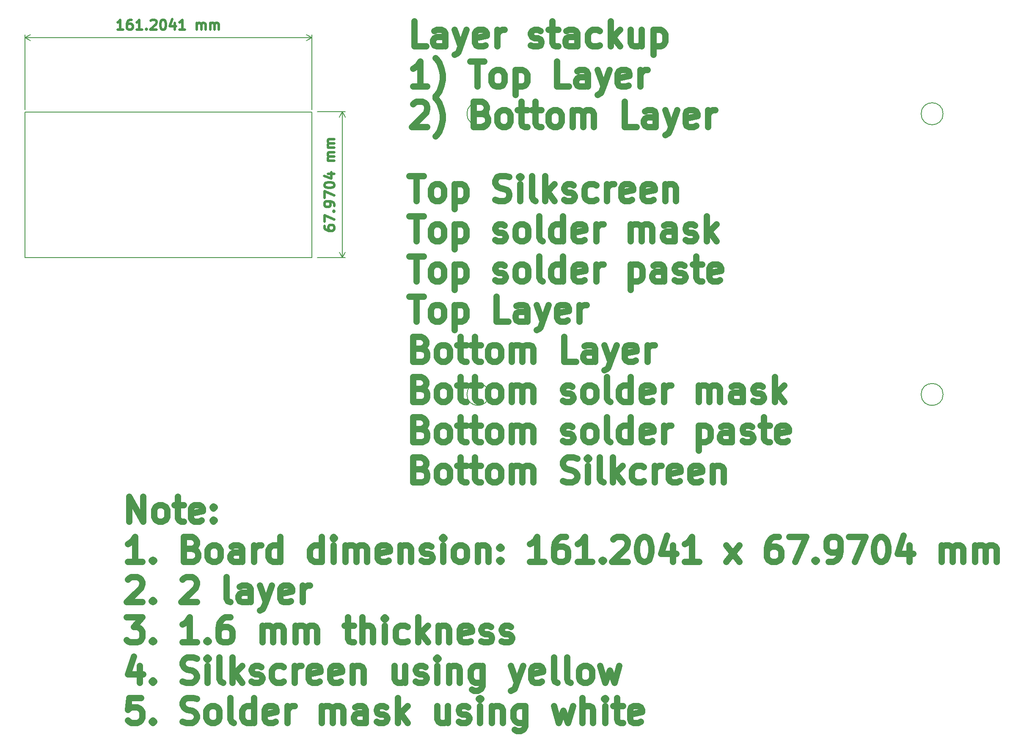
<source format=gbr>
%TF.GenerationSoftware,KiCad,Pcbnew,7.0.5*%
%TF.CreationDate,2023-07-07T07:55:25+07:00*%
%TF.ProjectId,THUC_TAPP,54485543-5f54-4415-9050-2e6b69636164,rev?*%
%TF.SameCoordinates,Original*%
%TF.FileFunction,Other,Comment*%
%FSLAX46Y46*%
G04 Gerber Fmt 4.6, Leading zero omitted, Abs format (unit mm)*
G04 Created by KiCad (PCBNEW 7.0.5) date 2023-07-07 07:55:25*
%MOMM*%
%LPD*%
G01*
G04 APERTURE LIST*
%ADD10C,0.150000*%
%ADD11C,1.250000*%
%ADD12C,0.500000*%
G04 APERTURE END LIST*
D10*
X20460000Y-48350000D02*
X77940000Y-48350000D01*
X77940000Y-77530000D01*
X20460000Y-77530000D01*
X20460000Y-48350000D01*
D11*
X97398558Y-61133095D02*
X100255701Y-61133095D01*
X98827129Y-66133095D02*
X98827129Y-61133095D01*
X102636653Y-66133095D02*
X102160463Y-65895000D01*
X102160463Y-65895000D02*
X101922368Y-65656904D01*
X101922368Y-65656904D02*
X101684272Y-65180714D01*
X101684272Y-65180714D02*
X101684272Y-63752142D01*
X101684272Y-63752142D02*
X101922368Y-63275952D01*
X101922368Y-63275952D02*
X102160463Y-63037857D01*
X102160463Y-63037857D02*
X102636653Y-62799761D01*
X102636653Y-62799761D02*
X103350939Y-62799761D01*
X103350939Y-62799761D02*
X103827130Y-63037857D01*
X103827130Y-63037857D02*
X104065225Y-63275952D01*
X104065225Y-63275952D02*
X104303320Y-63752142D01*
X104303320Y-63752142D02*
X104303320Y-65180714D01*
X104303320Y-65180714D02*
X104065225Y-65656904D01*
X104065225Y-65656904D02*
X103827130Y-65895000D01*
X103827130Y-65895000D02*
X103350939Y-66133095D01*
X103350939Y-66133095D02*
X102636653Y-66133095D01*
X106446178Y-62799761D02*
X106446178Y-67799761D01*
X106446178Y-63037857D02*
X106922368Y-62799761D01*
X106922368Y-62799761D02*
X107874749Y-62799761D01*
X107874749Y-62799761D02*
X108350940Y-63037857D01*
X108350940Y-63037857D02*
X108589035Y-63275952D01*
X108589035Y-63275952D02*
X108827130Y-63752142D01*
X108827130Y-63752142D02*
X108827130Y-65180714D01*
X108827130Y-65180714D02*
X108589035Y-65656904D01*
X108589035Y-65656904D02*
X108350940Y-65895000D01*
X108350940Y-65895000D02*
X107874749Y-66133095D01*
X107874749Y-66133095D02*
X106922368Y-66133095D01*
X106922368Y-66133095D02*
X106446178Y-65895000D01*
X114541416Y-65895000D02*
X115255702Y-66133095D01*
X115255702Y-66133095D02*
X116446178Y-66133095D01*
X116446178Y-66133095D02*
X116922369Y-65895000D01*
X116922369Y-65895000D02*
X117160464Y-65656904D01*
X117160464Y-65656904D02*
X117398559Y-65180714D01*
X117398559Y-65180714D02*
X117398559Y-64704523D01*
X117398559Y-64704523D02*
X117160464Y-64228333D01*
X117160464Y-64228333D02*
X116922369Y-63990238D01*
X116922369Y-63990238D02*
X116446178Y-63752142D01*
X116446178Y-63752142D02*
X115493797Y-63514047D01*
X115493797Y-63514047D02*
X115017607Y-63275952D01*
X115017607Y-63275952D02*
X114779512Y-63037857D01*
X114779512Y-63037857D02*
X114541416Y-62561666D01*
X114541416Y-62561666D02*
X114541416Y-62085476D01*
X114541416Y-62085476D02*
X114779512Y-61609285D01*
X114779512Y-61609285D02*
X115017607Y-61371190D01*
X115017607Y-61371190D02*
X115493797Y-61133095D01*
X115493797Y-61133095D02*
X116684274Y-61133095D01*
X116684274Y-61133095D02*
X117398559Y-61371190D01*
X119541417Y-66133095D02*
X119541417Y-62799761D01*
X119541417Y-61133095D02*
X119303321Y-61371190D01*
X119303321Y-61371190D02*
X119541417Y-61609285D01*
X119541417Y-61609285D02*
X119779512Y-61371190D01*
X119779512Y-61371190D02*
X119541417Y-61133095D01*
X119541417Y-61133095D02*
X119541417Y-61609285D01*
X122636654Y-66133095D02*
X122160464Y-65895000D01*
X122160464Y-65895000D02*
X121922369Y-65418809D01*
X121922369Y-65418809D02*
X121922369Y-61133095D01*
X124541417Y-66133095D02*
X124541417Y-61133095D01*
X125017607Y-64228333D02*
X126446179Y-66133095D01*
X126446179Y-62799761D02*
X124541417Y-64704523D01*
X128350940Y-65895000D02*
X128827131Y-66133095D01*
X128827131Y-66133095D02*
X129779512Y-66133095D01*
X129779512Y-66133095D02*
X130255702Y-65895000D01*
X130255702Y-65895000D02*
X130493798Y-65418809D01*
X130493798Y-65418809D02*
X130493798Y-65180714D01*
X130493798Y-65180714D02*
X130255702Y-64704523D01*
X130255702Y-64704523D02*
X129779512Y-64466428D01*
X129779512Y-64466428D02*
X129065226Y-64466428D01*
X129065226Y-64466428D02*
X128589036Y-64228333D01*
X128589036Y-64228333D02*
X128350940Y-63752142D01*
X128350940Y-63752142D02*
X128350940Y-63514047D01*
X128350940Y-63514047D02*
X128589036Y-63037857D01*
X128589036Y-63037857D02*
X129065226Y-62799761D01*
X129065226Y-62799761D02*
X129779512Y-62799761D01*
X129779512Y-62799761D02*
X130255702Y-63037857D01*
X134779512Y-65895000D02*
X134303321Y-66133095D01*
X134303321Y-66133095D02*
X133350940Y-66133095D01*
X133350940Y-66133095D02*
X132874750Y-65895000D01*
X132874750Y-65895000D02*
X132636655Y-65656904D01*
X132636655Y-65656904D02*
X132398559Y-65180714D01*
X132398559Y-65180714D02*
X132398559Y-63752142D01*
X132398559Y-63752142D02*
X132636655Y-63275952D01*
X132636655Y-63275952D02*
X132874750Y-63037857D01*
X132874750Y-63037857D02*
X133350940Y-62799761D01*
X133350940Y-62799761D02*
X134303321Y-62799761D01*
X134303321Y-62799761D02*
X134779512Y-63037857D01*
X136922369Y-66133095D02*
X136922369Y-62799761D01*
X136922369Y-63752142D02*
X137160464Y-63275952D01*
X137160464Y-63275952D02*
X137398559Y-63037857D01*
X137398559Y-63037857D02*
X137874750Y-62799761D01*
X137874750Y-62799761D02*
X138350940Y-62799761D01*
X141922369Y-65895000D02*
X141446178Y-66133095D01*
X141446178Y-66133095D02*
X140493797Y-66133095D01*
X140493797Y-66133095D02*
X140017607Y-65895000D01*
X140017607Y-65895000D02*
X139779511Y-65418809D01*
X139779511Y-65418809D02*
X139779511Y-63514047D01*
X139779511Y-63514047D02*
X140017607Y-63037857D01*
X140017607Y-63037857D02*
X140493797Y-62799761D01*
X140493797Y-62799761D02*
X141446178Y-62799761D01*
X141446178Y-62799761D02*
X141922369Y-63037857D01*
X141922369Y-63037857D02*
X142160464Y-63514047D01*
X142160464Y-63514047D02*
X142160464Y-63990238D01*
X142160464Y-63990238D02*
X139779511Y-64466428D01*
X146208083Y-65895000D02*
X145731892Y-66133095D01*
X145731892Y-66133095D02*
X144779511Y-66133095D01*
X144779511Y-66133095D02*
X144303321Y-65895000D01*
X144303321Y-65895000D02*
X144065225Y-65418809D01*
X144065225Y-65418809D02*
X144065225Y-63514047D01*
X144065225Y-63514047D02*
X144303321Y-63037857D01*
X144303321Y-63037857D02*
X144779511Y-62799761D01*
X144779511Y-62799761D02*
X145731892Y-62799761D01*
X145731892Y-62799761D02*
X146208083Y-63037857D01*
X146208083Y-63037857D02*
X146446178Y-63514047D01*
X146446178Y-63514047D02*
X146446178Y-63990238D01*
X146446178Y-63990238D02*
X144065225Y-64466428D01*
X148589035Y-62799761D02*
X148589035Y-66133095D01*
X148589035Y-63275952D02*
X148827130Y-63037857D01*
X148827130Y-63037857D02*
X149303320Y-62799761D01*
X149303320Y-62799761D02*
X150017606Y-62799761D01*
X150017606Y-62799761D02*
X150493797Y-63037857D01*
X150493797Y-63037857D02*
X150731892Y-63514047D01*
X150731892Y-63514047D02*
X150731892Y-66133095D01*
X97398558Y-69183095D02*
X100255701Y-69183095D01*
X98827129Y-74183095D02*
X98827129Y-69183095D01*
X102636653Y-74183095D02*
X102160463Y-73945000D01*
X102160463Y-73945000D02*
X101922368Y-73706904D01*
X101922368Y-73706904D02*
X101684272Y-73230714D01*
X101684272Y-73230714D02*
X101684272Y-71802142D01*
X101684272Y-71802142D02*
X101922368Y-71325952D01*
X101922368Y-71325952D02*
X102160463Y-71087857D01*
X102160463Y-71087857D02*
X102636653Y-70849761D01*
X102636653Y-70849761D02*
X103350939Y-70849761D01*
X103350939Y-70849761D02*
X103827130Y-71087857D01*
X103827130Y-71087857D02*
X104065225Y-71325952D01*
X104065225Y-71325952D02*
X104303320Y-71802142D01*
X104303320Y-71802142D02*
X104303320Y-73230714D01*
X104303320Y-73230714D02*
X104065225Y-73706904D01*
X104065225Y-73706904D02*
X103827130Y-73945000D01*
X103827130Y-73945000D02*
X103350939Y-74183095D01*
X103350939Y-74183095D02*
X102636653Y-74183095D01*
X106446178Y-70849761D02*
X106446178Y-75849761D01*
X106446178Y-71087857D02*
X106922368Y-70849761D01*
X106922368Y-70849761D02*
X107874749Y-70849761D01*
X107874749Y-70849761D02*
X108350940Y-71087857D01*
X108350940Y-71087857D02*
X108589035Y-71325952D01*
X108589035Y-71325952D02*
X108827130Y-71802142D01*
X108827130Y-71802142D02*
X108827130Y-73230714D01*
X108827130Y-73230714D02*
X108589035Y-73706904D01*
X108589035Y-73706904D02*
X108350940Y-73945000D01*
X108350940Y-73945000D02*
X107874749Y-74183095D01*
X107874749Y-74183095D02*
X106922368Y-74183095D01*
X106922368Y-74183095D02*
X106446178Y-73945000D01*
X114541416Y-73945000D02*
X115017607Y-74183095D01*
X115017607Y-74183095D02*
X115969988Y-74183095D01*
X115969988Y-74183095D02*
X116446178Y-73945000D01*
X116446178Y-73945000D02*
X116684274Y-73468809D01*
X116684274Y-73468809D02*
X116684274Y-73230714D01*
X116684274Y-73230714D02*
X116446178Y-72754523D01*
X116446178Y-72754523D02*
X115969988Y-72516428D01*
X115969988Y-72516428D02*
X115255702Y-72516428D01*
X115255702Y-72516428D02*
X114779512Y-72278333D01*
X114779512Y-72278333D02*
X114541416Y-71802142D01*
X114541416Y-71802142D02*
X114541416Y-71564047D01*
X114541416Y-71564047D02*
X114779512Y-71087857D01*
X114779512Y-71087857D02*
X115255702Y-70849761D01*
X115255702Y-70849761D02*
X115969988Y-70849761D01*
X115969988Y-70849761D02*
X116446178Y-71087857D01*
X119541416Y-74183095D02*
X119065226Y-73945000D01*
X119065226Y-73945000D02*
X118827131Y-73706904D01*
X118827131Y-73706904D02*
X118589035Y-73230714D01*
X118589035Y-73230714D02*
X118589035Y-71802142D01*
X118589035Y-71802142D02*
X118827131Y-71325952D01*
X118827131Y-71325952D02*
X119065226Y-71087857D01*
X119065226Y-71087857D02*
X119541416Y-70849761D01*
X119541416Y-70849761D02*
X120255702Y-70849761D01*
X120255702Y-70849761D02*
X120731893Y-71087857D01*
X120731893Y-71087857D02*
X120969988Y-71325952D01*
X120969988Y-71325952D02*
X121208083Y-71802142D01*
X121208083Y-71802142D02*
X121208083Y-73230714D01*
X121208083Y-73230714D02*
X120969988Y-73706904D01*
X120969988Y-73706904D02*
X120731893Y-73945000D01*
X120731893Y-73945000D02*
X120255702Y-74183095D01*
X120255702Y-74183095D02*
X119541416Y-74183095D01*
X124065226Y-74183095D02*
X123589036Y-73945000D01*
X123589036Y-73945000D02*
X123350941Y-73468809D01*
X123350941Y-73468809D02*
X123350941Y-69183095D01*
X128112846Y-74183095D02*
X128112846Y-69183095D01*
X128112846Y-73945000D02*
X127636655Y-74183095D01*
X127636655Y-74183095D02*
X126684274Y-74183095D01*
X126684274Y-74183095D02*
X126208084Y-73945000D01*
X126208084Y-73945000D02*
X125969989Y-73706904D01*
X125969989Y-73706904D02*
X125731893Y-73230714D01*
X125731893Y-73230714D02*
X125731893Y-71802142D01*
X125731893Y-71802142D02*
X125969989Y-71325952D01*
X125969989Y-71325952D02*
X126208084Y-71087857D01*
X126208084Y-71087857D02*
X126684274Y-70849761D01*
X126684274Y-70849761D02*
X127636655Y-70849761D01*
X127636655Y-70849761D02*
X128112846Y-71087857D01*
X132398561Y-73945000D02*
X131922370Y-74183095D01*
X131922370Y-74183095D02*
X130969989Y-74183095D01*
X130969989Y-74183095D02*
X130493799Y-73945000D01*
X130493799Y-73945000D02*
X130255703Y-73468809D01*
X130255703Y-73468809D02*
X130255703Y-71564047D01*
X130255703Y-71564047D02*
X130493799Y-71087857D01*
X130493799Y-71087857D02*
X130969989Y-70849761D01*
X130969989Y-70849761D02*
X131922370Y-70849761D01*
X131922370Y-70849761D02*
X132398561Y-71087857D01*
X132398561Y-71087857D02*
X132636656Y-71564047D01*
X132636656Y-71564047D02*
X132636656Y-72040238D01*
X132636656Y-72040238D02*
X130255703Y-72516428D01*
X134779513Y-74183095D02*
X134779513Y-70849761D01*
X134779513Y-71802142D02*
X135017608Y-71325952D01*
X135017608Y-71325952D02*
X135255703Y-71087857D01*
X135255703Y-71087857D02*
X135731894Y-70849761D01*
X135731894Y-70849761D02*
X136208084Y-70849761D01*
X141684275Y-74183095D02*
X141684275Y-70849761D01*
X141684275Y-71325952D02*
X141922370Y-71087857D01*
X141922370Y-71087857D02*
X142398560Y-70849761D01*
X142398560Y-70849761D02*
X143112846Y-70849761D01*
X143112846Y-70849761D02*
X143589037Y-71087857D01*
X143589037Y-71087857D02*
X143827132Y-71564047D01*
X143827132Y-71564047D02*
X143827132Y-74183095D01*
X143827132Y-71564047D02*
X144065227Y-71087857D01*
X144065227Y-71087857D02*
X144541418Y-70849761D01*
X144541418Y-70849761D02*
X145255703Y-70849761D01*
X145255703Y-70849761D02*
X145731894Y-71087857D01*
X145731894Y-71087857D02*
X145969989Y-71564047D01*
X145969989Y-71564047D02*
X145969989Y-74183095D01*
X150493799Y-74183095D02*
X150493799Y-71564047D01*
X150493799Y-71564047D02*
X150255704Y-71087857D01*
X150255704Y-71087857D02*
X149779513Y-70849761D01*
X149779513Y-70849761D02*
X148827132Y-70849761D01*
X148827132Y-70849761D02*
X148350942Y-71087857D01*
X150493799Y-73945000D02*
X150017608Y-74183095D01*
X150017608Y-74183095D02*
X148827132Y-74183095D01*
X148827132Y-74183095D02*
X148350942Y-73945000D01*
X148350942Y-73945000D02*
X148112846Y-73468809D01*
X148112846Y-73468809D02*
X148112846Y-72992619D01*
X148112846Y-72992619D02*
X148350942Y-72516428D01*
X148350942Y-72516428D02*
X148827132Y-72278333D01*
X148827132Y-72278333D02*
X150017608Y-72278333D01*
X150017608Y-72278333D02*
X150493799Y-72040238D01*
X152636656Y-73945000D02*
X153112847Y-74183095D01*
X153112847Y-74183095D02*
X154065228Y-74183095D01*
X154065228Y-74183095D02*
X154541418Y-73945000D01*
X154541418Y-73945000D02*
X154779514Y-73468809D01*
X154779514Y-73468809D02*
X154779514Y-73230714D01*
X154779514Y-73230714D02*
X154541418Y-72754523D01*
X154541418Y-72754523D02*
X154065228Y-72516428D01*
X154065228Y-72516428D02*
X153350942Y-72516428D01*
X153350942Y-72516428D02*
X152874752Y-72278333D01*
X152874752Y-72278333D02*
X152636656Y-71802142D01*
X152636656Y-71802142D02*
X152636656Y-71564047D01*
X152636656Y-71564047D02*
X152874752Y-71087857D01*
X152874752Y-71087857D02*
X153350942Y-70849761D01*
X153350942Y-70849761D02*
X154065228Y-70849761D01*
X154065228Y-70849761D02*
X154541418Y-71087857D01*
X156922371Y-74183095D02*
X156922371Y-69183095D01*
X157398561Y-72278333D02*
X158827133Y-74183095D01*
X158827133Y-70849761D02*
X156922371Y-72754523D01*
X97398558Y-77233095D02*
X100255701Y-77233095D01*
X98827129Y-82233095D02*
X98827129Y-77233095D01*
X102636653Y-82233095D02*
X102160463Y-81995000D01*
X102160463Y-81995000D02*
X101922368Y-81756904D01*
X101922368Y-81756904D02*
X101684272Y-81280714D01*
X101684272Y-81280714D02*
X101684272Y-79852142D01*
X101684272Y-79852142D02*
X101922368Y-79375952D01*
X101922368Y-79375952D02*
X102160463Y-79137857D01*
X102160463Y-79137857D02*
X102636653Y-78899761D01*
X102636653Y-78899761D02*
X103350939Y-78899761D01*
X103350939Y-78899761D02*
X103827130Y-79137857D01*
X103827130Y-79137857D02*
X104065225Y-79375952D01*
X104065225Y-79375952D02*
X104303320Y-79852142D01*
X104303320Y-79852142D02*
X104303320Y-81280714D01*
X104303320Y-81280714D02*
X104065225Y-81756904D01*
X104065225Y-81756904D02*
X103827130Y-81995000D01*
X103827130Y-81995000D02*
X103350939Y-82233095D01*
X103350939Y-82233095D02*
X102636653Y-82233095D01*
X106446178Y-78899761D02*
X106446178Y-83899761D01*
X106446178Y-79137857D02*
X106922368Y-78899761D01*
X106922368Y-78899761D02*
X107874749Y-78899761D01*
X107874749Y-78899761D02*
X108350940Y-79137857D01*
X108350940Y-79137857D02*
X108589035Y-79375952D01*
X108589035Y-79375952D02*
X108827130Y-79852142D01*
X108827130Y-79852142D02*
X108827130Y-81280714D01*
X108827130Y-81280714D02*
X108589035Y-81756904D01*
X108589035Y-81756904D02*
X108350940Y-81995000D01*
X108350940Y-81995000D02*
X107874749Y-82233095D01*
X107874749Y-82233095D02*
X106922368Y-82233095D01*
X106922368Y-82233095D02*
X106446178Y-81995000D01*
X114541416Y-81995000D02*
X115017607Y-82233095D01*
X115017607Y-82233095D02*
X115969988Y-82233095D01*
X115969988Y-82233095D02*
X116446178Y-81995000D01*
X116446178Y-81995000D02*
X116684274Y-81518809D01*
X116684274Y-81518809D02*
X116684274Y-81280714D01*
X116684274Y-81280714D02*
X116446178Y-80804523D01*
X116446178Y-80804523D02*
X115969988Y-80566428D01*
X115969988Y-80566428D02*
X115255702Y-80566428D01*
X115255702Y-80566428D02*
X114779512Y-80328333D01*
X114779512Y-80328333D02*
X114541416Y-79852142D01*
X114541416Y-79852142D02*
X114541416Y-79614047D01*
X114541416Y-79614047D02*
X114779512Y-79137857D01*
X114779512Y-79137857D02*
X115255702Y-78899761D01*
X115255702Y-78899761D02*
X115969988Y-78899761D01*
X115969988Y-78899761D02*
X116446178Y-79137857D01*
X119541416Y-82233095D02*
X119065226Y-81995000D01*
X119065226Y-81995000D02*
X118827131Y-81756904D01*
X118827131Y-81756904D02*
X118589035Y-81280714D01*
X118589035Y-81280714D02*
X118589035Y-79852142D01*
X118589035Y-79852142D02*
X118827131Y-79375952D01*
X118827131Y-79375952D02*
X119065226Y-79137857D01*
X119065226Y-79137857D02*
X119541416Y-78899761D01*
X119541416Y-78899761D02*
X120255702Y-78899761D01*
X120255702Y-78899761D02*
X120731893Y-79137857D01*
X120731893Y-79137857D02*
X120969988Y-79375952D01*
X120969988Y-79375952D02*
X121208083Y-79852142D01*
X121208083Y-79852142D02*
X121208083Y-81280714D01*
X121208083Y-81280714D02*
X120969988Y-81756904D01*
X120969988Y-81756904D02*
X120731893Y-81995000D01*
X120731893Y-81995000D02*
X120255702Y-82233095D01*
X120255702Y-82233095D02*
X119541416Y-82233095D01*
X124065226Y-82233095D02*
X123589036Y-81995000D01*
X123589036Y-81995000D02*
X123350941Y-81518809D01*
X123350941Y-81518809D02*
X123350941Y-77233095D01*
X128112846Y-82233095D02*
X128112846Y-77233095D01*
X128112846Y-81995000D02*
X127636655Y-82233095D01*
X127636655Y-82233095D02*
X126684274Y-82233095D01*
X126684274Y-82233095D02*
X126208084Y-81995000D01*
X126208084Y-81995000D02*
X125969989Y-81756904D01*
X125969989Y-81756904D02*
X125731893Y-81280714D01*
X125731893Y-81280714D02*
X125731893Y-79852142D01*
X125731893Y-79852142D02*
X125969989Y-79375952D01*
X125969989Y-79375952D02*
X126208084Y-79137857D01*
X126208084Y-79137857D02*
X126684274Y-78899761D01*
X126684274Y-78899761D02*
X127636655Y-78899761D01*
X127636655Y-78899761D02*
X128112846Y-79137857D01*
X132398561Y-81995000D02*
X131922370Y-82233095D01*
X131922370Y-82233095D02*
X130969989Y-82233095D01*
X130969989Y-82233095D02*
X130493799Y-81995000D01*
X130493799Y-81995000D02*
X130255703Y-81518809D01*
X130255703Y-81518809D02*
X130255703Y-79614047D01*
X130255703Y-79614047D02*
X130493799Y-79137857D01*
X130493799Y-79137857D02*
X130969989Y-78899761D01*
X130969989Y-78899761D02*
X131922370Y-78899761D01*
X131922370Y-78899761D02*
X132398561Y-79137857D01*
X132398561Y-79137857D02*
X132636656Y-79614047D01*
X132636656Y-79614047D02*
X132636656Y-80090238D01*
X132636656Y-80090238D02*
X130255703Y-80566428D01*
X134779513Y-82233095D02*
X134779513Y-78899761D01*
X134779513Y-79852142D02*
X135017608Y-79375952D01*
X135017608Y-79375952D02*
X135255703Y-79137857D01*
X135255703Y-79137857D02*
X135731894Y-78899761D01*
X135731894Y-78899761D02*
X136208084Y-78899761D01*
X141684275Y-78899761D02*
X141684275Y-83899761D01*
X141684275Y-79137857D02*
X142160465Y-78899761D01*
X142160465Y-78899761D02*
X143112846Y-78899761D01*
X143112846Y-78899761D02*
X143589037Y-79137857D01*
X143589037Y-79137857D02*
X143827132Y-79375952D01*
X143827132Y-79375952D02*
X144065227Y-79852142D01*
X144065227Y-79852142D02*
X144065227Y-81280714D01*
X144065227Y-81280714D02*
X143827132Y-81756904D01*
X143827132Y-81756904D02*
X143589037Y-81995000D01*
X143589037Y-81995000D02*
X143112846Y-82233095D01*
X143112846Y-82233095D02*
X142160465Y-82233095D01*
X142160465Y-82233095D02*
X141684275Y-81995000D01*
X148350942Y-82233095D02*
X148350942Y-79614047D01*
X148350942Y-79614047D02*
X148112847Y-79137857D01*
X148112847Y-79137857D02*
X147636656Y-78899761D01*
X147636656Y-78899761D02*
X146684275Y-78899761D01*
X146684275Y-78899761D02*
X146208085Y-79137857D01*
X148350942Y-81995000D02*
X147874751Y-82233095D01*
X147874751Y-82233095D02*
X146684275Y-82233095D01*
X146684275Y-82233095D02*
X146208085Y-81995000D01*
X146208085Y-81995000D02*
X145969989Y-81518809D01*
X145969989Y-81518809D02*
X145969989Y-81042619D01*
X145969989Y-81042619D02*
X146208085Y-80566428D01*
X146208085Y-80566428D02*
X146684275Y-80328333D01*
X146684275Y-80328333D02*
X147874751Y-80328333D01*
X147874751Y-80328333D02*
X148350942Y-80090238D01*
X150493799Y-81995000D02*
X150969990Y-82233095D01*
X150969990Y-82233095D02*
X151922371Y-82233095D01*
X151922371Y-82233095D02*
X152398561Y-81995000D01*
X152398561Y-81995000D02*
X152636657Y-81518809D01*
X152636657Y-81518809D02*
X152636657Y-81280714D01*
X152636657Y-81280714D02*
X152398561Y-80804523D01*
X152398561Y-80804523D02*
X151922371Y-80566428D01*
X151922371Y-80566428D02*
X151208085Y-80566428D01*
X151208085Y-80566428D02*
X150731895Y-80328333D01*
X150731895Y-80328333D02*
X150493799Y-79852142D01*
X150493799Y-79852142D02*
X150493799Y-79614047D01*
X150493799Y-79614047D02*
X150731895Y-79137857D01*
X150731895Y-79137857D02*
X151208085Y-78899761D01*
X151208085Y-78899761D02*
X151922371Y-78899761D01*
X151922371Y-78899761D02*
X152398561Y-79137857D01*
X154065228Y-78899761D02*
X155969990Y-78899761D01*
X154779514Y-77233095D02*
X154779514Y-81518809D01*
X154779514Y-81518809D02*
X155017609Y-81995000D01*
X155017609Y-81995000D02*
X155493799Y-82233095D01*
X155493799Y-82233095D02*
X155969990Y-82233095D01*
X159541419Y-81995000D02*
X159065228Y-82233095D01*
X159065228Y-82233095D02*
X158112847Y-82233095D01*
X158112847Y-82233095D02*
X157636657Y-81995000D01*
X157636657Y-81995000D02*
X157398561Y-81518809D01*
X157398561Y-81518809D02*
X157398561Y-79614047D01*
X157398561Y-79614047D02*
X157636657Y-79137857D01*
X157636657Y-79137857D02*
X158112847Y-78899761D01*
X158112847Y-78899761D02*
X159065228Y-78899761D01*
X159065228Y-78899761D02*
X159541419Y-79137857D01*
X159541419Y-79137857D02*
X159779514Y-79614047D01*
X159779514Y-79614047D02*
X159779514Y-80090238D01*
X159779514Y-80090238D02*
X157398561Y-80566428D01*
X97398558Y-85283095D02*
X100255701Y-85283095D01*
X98827129Y-90283095D02*
X98827129Y-85283095D01*
X102636653Y-90283095D02*
X102160463Y-90045000D01*
X102160463Y-90045000D02*
X101922368Y-89806904D01*
X101922368Y-89806904D02*
X101684272Y-89330714D01*
X101684272Y-89330714D02*
X101684272Y-87902142D01*
X101684272Y-87902142D02*
X101922368Y-87425952D01*
X101922368Y-87425952D02*
X102160463Y-87187857D01*
X102160463Y-87187857D02*
X102636653Y-86949761D01*
X102636653Y-86949761D02*
X103350939Y-86949761D01*
X103350939Y-86949761D02*
X103827130Y-87187857D01*
X103827130Y-87187857D02*
X104065225Y-87425952D01*
X104065225Y-87425952D02*
X104303320Y-87902142D01*
X104303320Y-87902142D02*
X104303320Y-89330714D01*
X104303320Y-89330714D02*
X104065225Y-89806904D01*
X104065225Y-89806904D02*
X103827130Y-90045000D01*
X103827130Y-90045000D02*
X103350939Y-90283095D01*
X103350939Y-90283095D02*
X102636653Y-90283095D01*
X106446178Y-86949761D02*
X106446178Y-91949761D01*
X106446178Y-87187857D02*
X106922368Y-86949761D01*
X106922368Y-86949761D02*
X107874749Y-86949761D01*
X107874749Y-86949761D02*
X108350940Y-87187857D01*
X108350940Y-87187857D02*
X108589035Y-87425952D01*
X108589035Y-87425952D02*
X108827130Y-87902142D01*
X108827130Y-87902142D02*
X108827130Y-89330714D01*
X108827130Y-89330714D02*
X108589035Y-89806904D01*
X108589035Y-89806904D02*
X108350940Y-90045000D01*
X108350940Y-90045000D02*
X107874749Y-90283095D01*
X107874749Y-90283095D02*
X106922368Y-90283095D01*
X106922368Y-90283095D02*
X106446178Y-90045000D01*
X117160464Y-90283095D02*
X114779512Y-90283095D01*
X114779512Y-90283095D02*
X114779512Y-85283095D01*
X120969988Y-90283095D02*
X120969988Y-87664047D01*
X120969988Y-87664047D02*
X120731893Y-87187857D01*
X120731893Y-87187857D02*
X120255702Y-86949761D01*
X120255702Y-86949761D02*
X119303321Y-86949761D01*
X119303321Y-86949761D02*
X118827131Y-87187857D01*
X120969988Y-90045000D02*
X120493797Y-90283095D01*
X120493797Y-90283095D02*
X119303321Y-90283095D01*
X119303321Y-90283095D02*
X118827131Y-90045000D01*
X118827131Y-90045000D02*
X118589035Y-89568809D01*
X118589035Y-89568809D02*
X118589035Y-89092619D01*
X118589035Y-89092619D02*
X118827131Y-88616428D01*
X118827131Y-88616428D02*
X119303321Y-88378333D01*
X119303321Y-88378333D02*
X120493797Y-88378333D01*
X120493797Y-88378333D02*
X120969988Y-88140238D01*
X122874750Y-86949761D02*
X124065226Y-90283095D01*
X125255703Y-86949761D02*
X124065226Y-90283095D01*
X124065226Y-90283095D02*
X123589036Y-91473571D01*
X123589036Y-91473571D02*
X123350941Y-91711666D01*
X123350941Y-91711666D02*
X122874750Y-91949761D01*
X129065227Y-90045000D02*
X128589036Y-90283095D01*
X128589036Y-90283095D02*
X127636655Y-90283095D01*
X127636655Y-90283095D02*
X127160465Y-90045000D01*
X127160465Y-90045000D02*
X126922369Y-89568809D01*
X126922369Y-89568809D02*
X126922369Y-87664047D01*
X126922369Y-87664047D02*
X127160465Y-87187857D01*
X127160465Y-87187857D02*
X127636655Y-86949761D01*
X127636655Y-86949761D02*
X128589036Y-86949761D01*
X128589036Y-86949761D02*
X129065227Y-87187857D01*
X129065227Y-87187857D02*
X129303322Y-87664047D01*
X129303322Y-87664047D02*
X129303322Y-88140238D01*
X129303322Y-88140238D02*
X126922369Y-88616428D01*
X131446179Y-90283095D02*
X131446179Y-86949761D01*
X131446179Y-87902142D02*
X131684274Y-87425952D01*
X131684274Y-87425952D02*
X131922369Y-87187857D01*
X131922369Y-87187857D02*
X132398560Y-86949761D01*
X132398560Y-86949761D02*
X132874750Y-86949761D01*
X99779510Y-95714047D02*
X100493796Y-95952142D01*
X100493796Y-95952142D02*
X100731891Y-96190238D01*
X100731891Y-96190238D02*
X100969987Y-96666428D01*
X100969987Y-96666428D02*
X100969987Y-97380714D01*
X100969987Y-97380714D02*
X100731891Y-97856904D01*
X100731891Y-97856904D02*
X100493796Y-98095000D01*
X100493796Y-98095000D02*
X100017606Y-98333095D01*
X100017606Y-98333095D02*
X98112844Y-98333095D01*
X98112844Y-98333095D02*
X98112844Y-93333095D01*
X98112844Y-93333095D02*
X99779510Y-93333095D01*
X99779510Y-93333095D02*
X100255701Y-93571190D01*
X100255701Y-93571190D02*
X100493796Y-93809285D01*
X100493796Y-93809285D02*
X100731891Y-94285476D01*
X100731891Y-94285476D02*
X100731891Y-94761666D01*
X100731891Y-94761666D02*
X100493796Y-95237857D01*
X100493796Y-95237857D02*
X100255701Y-95475952D01*
X100255701Y-95475952D02*
X99779510Y-95714047D01*
X99779510Y-95714047D02*
X98112844Y-95714047D01*
X103827129Y-98333095D02*
X103350939Y-98095000D01*
X103350939Y-98095000D02*
X103112844Y-97856904D01*
X103112844Y-97856904D02*
X102874748Y-97380714D01*
X102874748Y-97380714D02*
X102874748Y-95952142D01*
X102874748Y-95952142D02*
X103112844Y-95475952D01*
X103112844Y-95475952D02*
X103350939Y-95237857D01*
X103350939Y-95237857D02*
X103827129Y-94999761D01*
X103827129Y-94999761D02*
X104541415Y-94999761D01*
X104541415Y-94999761D02*
X105017606Y-95237857D01*
X105017606Y-95237857D02*
X105255701Y-95475952D01*
X105255701Y-95475952D02*
X105493796Y-95952142D01*
X105493796Y-95952142D02*
X105493796Y-97380714D01*
X105493796Y-97380714D02*
X105255701Y-97856904D01*
X105255701Y-97856904D02*
X105017606Y-98095000D01*
X105017606Y-98095000D02*
X104541415Y-98333095D01*
X104541415Y-98333095D02*
X103827129Y-98333095D01*
X106922368Y-94999761D02*
X108827130Y-94999761D01*
X107636654Y-93333095D02*
X107636654Y-97618809D01*
X107636654Y-97618809D02*
X107874749Y-98095000D01*
X107874749Y-98095000D02*
X108350939Y-98333095D01*
X108350939Y-98333095D02*
X108827130Y-98333095D01*
X109779511Y-94999761D02*
X111684273Y-94999761D01*
X110493797Y-93333095D02*
X110493797Y-97618809D01*
X110493797Y-97618809D02*
X110731892Y-98095000D01*
X110731892Y-98095000D02*
X111208082Y-98333095D01*
X111208082Y-98333095D02*
X111684273Y-98333095D01*
X114065225Y-98333095D02*
X113589035Y-98095000D01*
X113589035Y-98095000D02*
X113350940Y-97856904D01*
X113350940Y-97856904D02*
X113112844Y-97380714D01*
X113112844Y-97380714D02*
X113112844Y-95952142D01*
X113112844Y-95952142D02*
X113350940Y-95475952D01*
X113350940Y-95475952D02*
X113589035Y-95237857D01*
X113589035Y-95237857D02*
X114065225Y-94999761D01*
X114065225Y-94999761D02*
X114779511Y-94999761D01*
X114779511Y-94999761D02*
X115255702Y-95237857D01*
X115255702Y-95237857D02*
X115493797Y-95475952D01*
X115493797Y-95475952D02*
X115731892Y-95952142D01*
X115731892Y-95952142D02*
X115731892Y-97380714D01*
X115731892Y-97380714D02*
X115493797Y-97856904D01*
X115493797Y-97856904D02*
X115255702Y-98095000D01*
X115255702Y-98095000D02*
X114779511Y-98333095D01*
X114779511Y-98333095D02*
X114065225Y-98333095D01*
X117874750Y-98333095D02*
X117874750Y-94999761D01*
X117874750Y-95475952D02*
X118112845Y-95237857D01*
X118112845Y-95237857D02*
X118589035Y-94999761D01*
X118589035Y-94999761D02*
X119303321Y-94999761D01*
X119303321Y-94999761D02*
X119779512Y-95237857D01*
X119779512Y-95237857D02*
X120017607Y-95714047D01*
X120017607Y-95714047D02*
X120017607Y-98333095D01*
X120017607Y-95714047D02*
X120255702Y-95237857D01*
X120255702Y-95237857D02*
X120731893Y-94999761D01*
X120731893Y-94999761D02*
X121446178Y-94999761D01*
X121446178Y-94999761D02*
X121922369Y-95237857D01*
X121922369Y-95237857D02*
X122160464Y-95714047D01*
X122160464Y-95714047D02*
X122160464Y-98333095D01*
X130731893Y-98333095D02*
X128350941Y-98333095D01*
X128350941Y-98333095D02*
X128350941Y-93333095D01*
X134541417Y-98333095D02*
X134541417Y-95714047D01*
X134541417Y-95714047D02*
X134303322Y-95237857D01*
X134303322Y-95237857D02*
X133827131Y-94999761D01*
X133827131Y-94999761D02*
X132874750Y-94999761D01*
X132874750Y-94999761D02*
X132398560Y-95237857D01*
X134541417Y-98095000D02*
X134065226Y-98333095D01*
X134065226Y-98333095D02*
X132874750Y-98333095D01*
X132874750Y-98333095D02*
X132398560Y-98095000D01*
X132398560Y-98095000D02*
X132160464Y-97618809D01*
X132160464Y-97618809D02*
X132160464Y-97142619D01*
X132160464Y-97142619D02*
X132398560Y-96666428D01*
X132398560Y-96666428D02*
X132874750Y-96428333D01*
X132874750Y-96428333D02*
X134065226Y-96428333D01*
X134065226Y-96428333D02*
X134541417Y-96190238D01*
X136446179Y-94999761D02*
X137636655Y-98333095D01*
X138827132Y-94999761D02*
X137636655Y-98333095D01*
X137636655Y-98333095D02*
X137160465Y-99523571D01*
X137160465Y-99523571D02*
X136922370Y-99761666D01*
X136922370Y-99761666D02*
X136446179Y-99999761D01*
X142636656Y-98095000D02*
X142160465Y-98333095D01*
X142160465Y-98333095D02*
X141208084Y-98333095D01*
X141208084Y-98333095D02*
X140731894Y-98095000D01*
X140731894Y-98095000D02*
X140493798Y-97618809D01*
X140493798Y-97618809D02*
X140493798Y-95714047D01*
X140493798Y-95714047D02*
X140731894Y-95237857D01*
X140731894Y-95237857D02*
X141208084Y-94999761D01*
X141208084Y-94999761D02*
X142160465Y-94999761D01*
X142160465Y-94999761D02*
X142636656Y-95237857D01*
X142636656Y-95237857D02*
X142874751Y-95714047D01*
X142874751Y-95714047D02*
X142874751Y-96190238D01*
X142874751Y-96190238D02*
X140493798Y-96666428D01*
X145017608Y-98333095D02*
X145017608Y-94999761D01*
X145017608Y-95952142D02*
X145255703Y-95475952D01*
X145255703Y-95475952D02*
X145493798Y-95237857D01*
X145493798Y-95237857D02*
X145969989Y-94999761D01*
X145969989Y-94999761D02*
X146446179Y-94999761D01*
X99779510Y-103764047D02*
X100493796Y-104002142D01*
X100493796Y-104002142D02*
X100731891Y-104240238D01*
X100731891Y-104240238D02*
X100969987Y-104716428D01*
X100969987Y-104716428D02*
X100969987Y-105430714D01*
X100969987Y-105430714D02*
X100731891Y-105906904D01*
X100731891Y-105906904D02*
X100493796Y-106145000D01*
X100493796Y-106145000D02*
X100017606Y-106383095D01*
X100017606Y-106383095D02*
X98112844Y-106383095D01*
X98112844Y-106383095D02*
X98112844Y-101383095D01*
X98112844Y-101383095D02*
X99779510Y-101383095D01*
X99779510Y-101383095D02*
X100255701Y-101621190D01*
X100255701Y-101621190D02*
X100493796Y-101859285D01*
X100493796Y-101859285D02*
X100731891Y-102335476D01*
X100731891Y-102335476D02*
X100731891Y-102811666D01*
X100731891Y-102811666D02*
X100493796Y-103287857D01*
X100493796Y-103287857D02*
X100255701Y-103525952D01*
X100255701Y-103525952D02*
X99779510Y-103764047D01*
X99779510Y-103764047D02*
X98112844Y-103764047D01*
X103827129Y-106383095D02*
X103350939Y-106145000D01*
X103350939Y-106145000D02*
X103112844Y-105906904D01*
X103112844Y-105906904D02*
X102874748Y-105430714D01*
X102874748Y-105430714D02*
X102874748Y-104002142D01*
X102874748Y-104002142D02*
X103112844Y-103525952D01*
X103112844Y-103525952D02*
X103350939Y-103287857D01*
X103350939Y-103287857D02*
X103827129Y-103049761D01*
X103827129Y-103049761D02*
X104541415Y-103049761D01*
X104541415Y-103049761D02*
X105017606Y-103287857D01*
X105017606Y-103287857D02*
X105255701Y-103525952D01*
X105255701Y-103525952D02*
X105493796Y-104002142D01*
X105493796Y-104002142D02*
X105493796Y-105430714D01*
X105493796Y-105430714D02*
X105255701Y-105906904D01*
X105255701Y-105906904D02*
X105017606Y-106145000D01*
X105017606Y-106145000D02*
X104541415Y-106383095D01*
X104541415Y-106383095D02*
X103827129Y-106383095D01*
X106922368Y-103049761D02*
X108827130Y-103049761D01*
X107636654Y-101383095D02*
X107636654Y-105668809D01*
X107636654Y-105668809D02*
X107874749Y-106145000D01*
X107874749Y-106145000D02*
X108350939Y-106383095D01*
X108350939Y-106383095D02*
X108827130Y-106383095D01*
X109779511Y-103049761D02*
X111684273Y-103049761D01*
X110493797Y-101383095D02*
X110493797Y-105668809D01*
X110493797Y-105668809D02*
X110731892Y-106145000D01*
X110731892Y-106145000D02*
X111208082Y-106383095D01*
X111208082Y-106383095D02*
X111684273Y-106383095D01*
X114065225Y-106383095D02*
X113589035Y-106145000D01*
X113589035Y-106145000D02*
X113350940Y-105906904D01*
X113350940Y-105906904D02*
X113112844Y-105430714D01*
X113112844Y-105430714D02*
X113112844Y-104002142D01*
X113112844Y-104002142D02*
X113350940Y-103525952D01*
X113350940Y-103525952D02*
X113589035Y-103287857D01*
X113589035Y-103287857D02*
X114065225Y-103049761D01*
X114065225Y-103049761D02*
X114779511Y-103049761D01*
X114779511Y-103049761D02*
X115255702Y-103287857D01*
X115255702Y-103287857D02*
X115493797Y-103525952D01*
X115493797Y-103525952D02*
X115731892Y-104002142D01*
X115731892Y-104002142D02*
X115731892Y-105430714D01*
X115731892Y-105430714D02*
X115493797Y-105906904D01*
X115493797Y-105906904D02*
X115255702Y-106145000D01*
X115255702Y-106145000D02*
X114779511Y-106383095D01*
X114779511Y-106383095D02*
X114065225Y-106383095D01*
X117874750Y-106383095D02*
X117874750Y-103049761D01*
X117874750Y-103525952D02*
X118112845Y-103287857D01*
X118112845Y-103287857D02*
X118589035Y-103049761D01*
X118589035Y-103049761D02*
X119303321Y-103049761D01*
X119303321Y-103049761D02*
X119779512Y-103287857D01*
X119779512Y-103287857D02*
X120017607Y-103764047D01*
X120017607Y-103764047D02*
X120017607Y-106383095D01*
X120017607Y-103764047D02*
X120255702Y-103287857D01*
X120255702Y-103287857D02*
X120731893Y-103049761D01*
X120731893Y-103049761D02*
X121446178Y-103049761D01*
X121446178Y-103049761D02*
X121922369Y-103287857D01*
X121922369Y-103287857D02*
X122160464Y-103764047D01*
X122160464Y-103764047D02*
X122160464Y-106383095D01*
X128112845Y-106145000D02*
X128589036Y-106383095D01*
X128589036Y-106383095D02*
X129541417Y-106383095D01*
X129541417Y-106383095D02*
X130017607Y-106145000D01*
X130017607Y-106145000D02*
X130255703Y-105668809D01*
X130255703Y-105668809D02*
X130255703Y-105430714D01*
X130255703Y-105430714D02*
X130017607Y-104954523D01*
X130017607Y-104954523D02*
X129541417Y-104716428D01*
X129541417Y-104716428D02*
X128827131Y-104716428D01*
X128827131Y-104716428D02*
X128350941Y-104478333D01*
X128350941Y-104478333D02*
X128112845Y-104002142D01*
X128112845Y-104002142D02*
X128112845Y-103764047D01*
X128112845Y-103764047D02*
X128350941Y-103287857D01*
X128350941Y-103287857D02*
X128827131Y-103049761D01*
X128827131Y-103049761D02*
X129541417Y-103049761D01*
X129541417Y-103049761D02*
X130017607Y-103287857D01*
X133112845Y-106383095D02*
X132636655Y-106145000D01*
X132636655Y-106145000D02*
X132398560Y-105906904D01*
X132398560Y-105906904D02*
X132160464Y-105430714D01*
X132160464Y-105430714D02*
X132160464Y-104002142D01*
X132160464Y-104002142D02*
X132398560Y-103525952D01*
X132398560Y-103525952D02*
X132636655Y-103287857D01*
X132636655Y-103287857D02*
X133112845Y-103049761D01*
X133112845Y-103049761D02*
X133827131Y-103049761D01*
X133827131Y-103049761D02*
X134303322Y-103287857D01*
X134303322Y-103287857D02*
X134541417Y-103525952D01*
X134541417Y-103525952D02*
X134779512Y-104002142D01*
X134779512Y-104002142D02*
X134779512Y-105430714D01*
X134779512Y-105430714D02*
X134541417Y-105906904D01*
X134541417Y-105906904D02*
X134303322Y-106145000D01*
X134303322Y-106145000D02*
X133827131Y-106383095D01*
X133827131Y-106383095D02*
X133112845Y-106383095D01*
X137636655Y-106383095D02*
X137160465Y-106145000D01*
X137160465Y-106145000D02*
X136922370Y-105668809D01*
X136922370Y-105668809D02*
X136922370Y-101383095D01*
X141684275Y-106383095D02*
X141684275Y-101383095D01*
X141684275Y-106145000D02*
X141208084Y-106383095D01*
X141208084Y-106383095D02*
X140255703Y-106383095D01*
X140255703Y-106383095D02*
X139779513Y-106145000D01*
X139779513Y-106145000D02*
X139541418Y-105906904D01*
X139541418Y-105906904D02*
X139303322Y-105430714D01*
X139303322Y-105430714D02*
X139303322Y-104002142D01*
X139303322Y-104002142D02*
X139541418Y-103525952D01*
X139541418Y-103525952D02*
X139779513Y-103287857D01*
X139779513Y-103287857D02*
X140255703Y-103049761D01*
X140255703Y-103049761D02*
X141208084Y-103049761D01*
X141208084Y-103049761D02*
X141684275Y-103287857D01*
X145969990Y-106145000D02*
X145493799Y-106383095D01*
X145493799Y-106383095D02*
X144541418Y-106383095D01*
X144541418Y-106383095D02*
X144065228Y-106145000D01*
X144065228Y-106145000D02*
X143827132Y-105668809D01*
X143827132Y-105668809D02*
X143827132Y-103764047D01*
X143827132Y-103764047D02*
X144065228Y-103287857D01*
X144065228Y-103287857D02*
X144541418Y-103049761D01*
X144541418Y-103049761D02*
X145493799Y-103049761D01*
X145493799Y-103049761D02*
X145969990Y-103287857D01*
X145969990Y-103287857D02*
X146208085Y-103764047D01*
X146208085Y-103764047D02*
X146208085Y-104240238D01*
X146208085Y-104240238D02*
X143827132Y-104716428D01*
X148350942Y-106383095D02*
X148350942Y-103049761D01*
X148350942Y-104002142D02*
X148589037Y-103525952D01*
X148589037Y-103525952D02*
X148827132Y-103287857D01*
X148827132Y-103287857D02*
X149303323Y-103049761D01*
X149303323Y-103049761D02*
X149779513Y-103049761D01*
X155255704Y-106383095D02*
X155255704Y-103049761D01*
X155255704Y-103525952D02*
X155493799Y-103287857D01*
X155493799Y-103287857D02*
X155969989Y-103049761D01*
X155969989Y-103049761D02*
X156684275Y-103049761D01*
X156684275Y-103049761D02*
X157160466Y-103287857D01*
X157160466Y-103287857D02*
X157398561Y-103764047D01*
X157398561Y-103764047D02*
X157398561Y-106383095D01*
X157398561Y-103764047D02*
X157636656Y-103287857D01*
X157636656Y-103287857D02*
X158112847Y-103049761D01*
X158112847Y-103049761D02*
X158827132Y-103049761D01*
X158827132Y-103049761D02*
X159303323Y-103287857D01*
X159303323Y-103287857D02*
X159541418Y-103764047D01*
X159541418Y-103764047D02*
X159541418Y-106383095D01*
X164065228Y-106383095D02*
X164065228Y-103764047D01*
X164065228Y-103764047D02*
X163827133Y-103287857D01*
X163827133Y-103287857D02*
X163350942Y-103049761D01*
X163350942Y-103049761D02*
X162398561Y-103049761D01*
X162398561Y-103049761D02*
X161922371Y-103287857D01*
X164065228Y-106145000D02*
X163589037Y-106383095D01*
X163589037Y-106383095D02*
X162398561Y-106383095D01*
X162398561Y-106383095D02*
X161922371Y-106145000D01*
X161922371Y-106145000D02*
X161684275Y-105668809D01*
X161684275Y-105668809D02*
X161684275Y-105192619D01*
X161684275Y-105192619D02*
X161922371Y-104716428D01*
X161922371Y-104716428D02*
X162398561Y-104478333D01*
X162398561Y-104478333D02*
X163589037Y-104478333D01*
X163589037Y-104478333D02*
X164065228Y-104240238D01*
X166208085Y-106145000D02*
X166684276Y-106383095D01*
X166684276Y-106383095D02*
X167636657Y-106383095D01*
X167636657Y-106383095D02*
X168112847Y-106145000D01*
X168112847Y-106145000D02*
X168350943Y-105668809D01*
X168350943Y-105668809D02*
X168350943Y-105430714D01*
X168350943Y-105430714D02*
X168112847Y-104954523D01*
X168112847Y-104954523D02*
X167636657Y-104716428D01*
X167636657Y-104716428D02*
X166922371Y-104716428D01*
X166922371Y-104716428D02*
X166446181Y-104478333D01*
X166446181Y-104478333D02*
X166208085Y-104002142D01*
X166208085Y-104002142D02*
X166208085Y-103764047D01*
X166208085Y-103764047D02*
X166446181Y-103287857D01*
X166446181Y-103287857D02*
X166922371Y-103049761D01*
X166922371Y-103049761D02*
X167636657Y-103049761D01*
X167636657Y-103049761D02*
X168112847Y-103287857D01*
X170493800Y-106383095D02*
X170493800Y-101383095D01*
X170969990Y-104478333D02*
X172398562Y-106383095D01*
X172398562Y-103049761D02*
X170493800Y-104954523D01*
X99779510Y-111814047D02*
X100493796Y-112052142D01*
X100493796Y-112052142D02*
X100731891Y-112290238D01*
X100731891Y-112290238D02*
X100969987Y-112766428D01*
X100969987Y-112766428D02*
X100969987Y-113480714D01*
X100969987Y-113480714D02*
X100731891Y-113956904D01*
X100731891Y-113956904D02*
X100493796Y-114195000D01*
X100493796Y-114195000D02*
X100017606Y-114433095D01*
X100017606Y-114433095D02*
X98112844Y-114433095D01*
X98112844Y-114433095D02*
X98112844Y-109433095D01*
X98112844Y-109433095D02*
X99779510Y-109433095D01*
X99779510Y-109433095D02*
X100255701Y-109671190D01*
X100255701Y-109671190D02*
X100493796Y-109909285D01*
X100493796Y-109909285D02*
X100731891Y-110385476D01*
X100731891Y-110385476D02*
X100731891Y-110861666D01*
X100731891Y-110861666D02*
X100493796Y-111337857D01*
X100493796Y-111337857D02*
X100255701Y-111575952D01*
X100255701Y-111575952D02*
X99779510Y-111814047D01*
X99779510Y-111814047D02*
X98112844Y-111814047D01*
X103827129Y-114433095D02*
X103350939Y-114195000D01*
X103350939Y-114195000D02*
X103112844Y-113956904D01*
X103112844Y-113956904D02*
X102874748Y-113480714D01*
X102874748Y-113480714D02*
X102874748Y-112052142D01*
X102874748Y-112052142D02*
X103112844Y-111575952D01*
X103112844Y-111575952D02*
X103350939Y-111337857D01*
X103350939Y-111337857D02*
X103827129Y-111099761D01*
X103827129Y-111099761D02*
X104541415Y-111099761D01*
X104541415Y-111099761D02*
X105017606Y-111337857D01*
X105017606Y-111337857D02*
X105255701Y-111575952D01*
X105255701Y-111575952D02*
X105493796Y-112052142D01*
X105493796Y-112052142D02*
X105493796Y-113480714D01*
X105493796Y-113480714D02*
X105255701Y-113956904D01*
X105255701Y-113956904D02*
X105017606Y-114195000D01*
X105017606Y-114195000D02*
X104541415Y-114433095D01*
X104541415Y-114433095D02*
X103827129Y-114433095D01*
X106922368Y-111099761D02*
X108827130Y-111099761D01*
X107636654Y-109433095D02*
X107636654Y-113718809D01*
X107636654Y-113718809D02*
X107874749Y-114195000D01*
X107874749Y-114195000D02*
X108350939Y-114433095D01*
X108350939Y-114433095D02*
X108827130Y-114433095D01*
X109779511Y-111099761D02*
X111684273Y-111099761D01*
X110493797Y-109433095D02*
X110493797Y-113718809D01*
X110493797Y-113718809D02*
X110731892Y-114195000D01*
X110731892Y-114195000D02*
X111208082Y-114433095D01*
X111208082Y-114433095D02*
X111684273Y-114433095D01*
X114065225Y-114433095D02*
X113589035Y-114195000D01*
X113589035Y-114195000D02*
X113350940Y-113956904D01*
X113350940Y-113956904D02*
X113112844Y-113480714D01*
X113112844Y-113480714D02*
X113112844Y-112052142D01*
X113112844Y-112052142D02*
X113350940Y-111575952D01*
X113350940Y-111575952D02*
X113589035Y-111337857D01*
X113589035Y-111337857D02*
X114065225Y-111099761D01*
X114065225Y-111099761D02*
X114779511Y-111099761D01*
X114779511Y-111099761D02*
X115255702Y-111337857D01*
X115255702Y-111337857D02*
X115493797Y-111575952D01*
X115493797Y-111575952D02*
X115731892Y-112052142D01*
X115731892Y-112052142D02*
X115731892Y-113480714D01*
X115731892Y-113480714D02*
X115493797Y-113956904D01*
X115493797Y-113956904D02*
X115255702Y-114195000D01*
X115255702Y-114195000D02*
X114779511Y-114433095D01*
X114779511Y-114433095D02*
X114065225Y-114433095D01*
X117874750Y-114433095D02*
X117874750Y-111099761D01*
X117874750Y-111575952D02*
X118112845Y-111337857D01*
X118112845Y-111337857D02*
X118589035Y-111099761D01*
X118589035Y-111099761D02*
X119303321Y-111099761D01*
X119303321Y-111099761D02*
X119779512Y-111337857D01*
X119779512Y-111337857D02*
X120017607Y-111814047D01*
X120017607Y-111814047D02*
X120017607Y-114433095D01*
X120017607Y-111814047D02*
X120255702Y-111337857D01*
X120255702Y-111337857D02*
X120731893Y-111099761D01*
X120731893Y-111099761D02*
X121446178Y-111099761D01*
X121446178Y-111099761D02*
X121922369Y-111337857D01*
X121922369Y-111337857D02*
X122160464Y-111814047D01*
X122160464Y-111814047D02*
X122160464Y-114433095D01*
X128112845Y-114195000D02*
X128589036Y-114433095D01*
X128589036Y-114433095D02*
X129541417Y-114433095D01*
X129541417Y-114433095D02*
X130017607Y-114195000D01*
X130017607Y-114195000D02*
X130255703Y-113718809D01*
X130255703Y-113718809D02*
X130255703Y-113480714D01*
X130255703Y-113480714D02*
X130017607Y-113004523D01*
X130017607Y-113004523D02*
X129541417Y-112766428D01*
X129541417Y-112766428D02*
X128827131Y-112766428D01*
X128827131Y-112766428D02*
X128350941Y-112528333D01*
X128350941Y-112528333D02*
X128112845Y-112052142D01*
X128112845Y-112052142D02*
X128112845Y-111814047D01*
X128112845Y-111814047D02*
X128350941Y-111337857D01*
X128350941Y-111337857D02*
X128827131Y-111099761D01*
X128827131Y-111099761D02*
X129541417Y-111099761D01*
X129541417Y-111099761D02*
X130017607Y-111337857D01*
X133112845Y-114433095D02*
X132636655Y-114195000D01*
X132636655Y-114195000D02*
X132398560Y-113956904D01*
X132398560Y-113956904D02*
X132160464Y-113480714D01*
X132160464Y-113480714D02*
X132160464Y-112052142D01*
X132160464Y-112052142D02*
X132398560Y-111575952D01*
X132398560Y-111575952D02*
X132636655Y-111337857D01*
X132636655Y-111337857D02*
X133112845Y-111099761D01*
X133112845Y-111099761D02*
X133827131Y-111099761D01*
X133827131Y-111099761D02*
X134303322Y-111337857D01*
X134303322Y-111337857D02*
X134541417Y-111575952D01*
X134541417Y-111575952D02*
X134779512Y-112052142D01*
X134779512Y-112052142D02*
X134779512Y-113480714D01*
X134779512Y-113480714D02*
X134541417Y-113956904D01*
X134541417Y-113956904D02*
X134303322Y-114195000D01*
X134303322Y-114195000D02*
X133827131Y-114433095D01*
X133827131Y-114433095D02*
X133112845Y-114433095D01*
X137636655Y-114433095D02*
X137160465Y-114195000D01*
X137160465Y-114195000D02*
X136922370Y-113718809D01*
X136922370Y-113718809D02*
X136922370Y-109433095D01*
X141684275Y-114433095D02*
X141684275Y-109433095D01*
X141684275Y-114195000D02*
X141208084Y-114433095D01*
X141208084Y-114433095D02*
X140255703Y-114433095D01*
X140255703Y-114433095D02*
X139779513Y-114195000D01*
X139779513Y-114195000D02*
X139541418Y-113956904D01*
X139541418Y-113956904D02*
X139303322Y-113480714D01*
X139303322Y-113480714D02*
X139303322Y-112052142D01*
X139303322Y-112052142D02*
X139541418Y-111575952D01*
X139541418Y-111575952D02*
X139779513Y-111337857D01*
X139779513Y-111337857D02*
X140255703Y-111099761D01*
X140255703Y-111099761D02*
X141208084Y-111099761D01*
X141208084Y-111099761D02*
X141684275Y-111337857D01*
X145969990Y-114195000D02*
X145493799Y-114433095D01*
X145493799Y-114433095D02*
X144541418Y-114433095D01*
X144541418Y-114433095D02*
X144065228Y-114195000D01*
X144065228Y-114195000D02*
X143827132Y-113718809D01*
X143827132Y-113718809D02*
X143827132Y-111814047D01*
X143827132Y-111814047D02*
X144065228Y-111337857D01*
X144065228Y-111337857D02*
X144541418Y-111099761D01*
X144541418Y-111099761D02*
X145493799Y-111099761D01*
X145493799Y-111099761D02*
X145969990Y-111337857D01*
X145969990Y-111337857D02*
X146208085Y-111814047D01*
X146208085Y-111814047D02*
X146208085Y-112290238D01*
X146208085Y-112290238D02*
X143827132Y-112766428D01*
X148350942Y-114433095D02*
X148350942Y-111099761D01*
X148350942Y-112052142D02*
X148589037Y-111575952D01*
X148589037Y-111575952D02*
X148827132Y-111337857D01*
X148827132Y-111337857D02*
X149303323Y-111099761D01*
X149303323Y-111099761D02*
X149779513Y-111099761D01*
X155255704Y-111099761D02*
X155255704Y-116099761D01*
X155255704Y-111337857D02*
X155731894Y-111099761D01*
X155731894Y-111099761D02*
X156684275Y-111099761D01*
X156684275Y-111099761D02*
X157160466Y-111337857D01*
X157160466Y-111337857D02*
X157398561Y-111575952D01*
X157398561Y-111575952D02*
X157636656Y-112052142D01*
X157636656Y-112052142D02*
X157636656Y-113480714D01*
X157636656Y-113480714D02*
X157398561Y-113956904D01*
X157398561Y-113956904D02*
X157160466Y-114195000D01*
X157160466Y-114195000D02*
X156684275Y-114433095D01*
X156684275Y-114433095D02*
X155731894Y-114433095D01*
X155731894Y-114433095D02*
X155255704Y-114195000D01*
X161922371Y-114433095D02*
X161922371Y-111814047D01*
X161922371Y-111814047D02*
X161684276Y-111337857D01*
X161684276Y-111337857D02*
X161208085Y-111099761D01*
X161208085Y-111099761D02*
X160255704Y-111099761D01*
X160255704Y-111099761D02*
X159779514Y-111337857D01*
X161922371Y-114195000D02*
X161446180Y-114433095D01*
X161446180Y-114433095D02*
X160255704Y-114433095D01*
X160255704Y-114433095D02*
X159779514Y-114195000D01*
X159779514Y-114195000D02*
X159541418Y-113718809D01*
X159541418Y-113718809D02*
X159541418Y-113242619D01*
X159541418Y-113242619D02*
X159779514Y-112766428D01*
X159779514Y-112766428D02*
X160255704Y-112528333D01*
X160255704Y-112528333D02*
X161446180Y-112528333D01*
X161446180Y-112528333D02*
X161922371Y-112290238D01*
X164065228Y-114195000D02*
X164541419Y-114433095D01*
X164541419Y-114433095D02*
X165493800Y-114433095D01*
X165493800Y-114433095D02*
X165969990Y-114195000D01*
X165969990Y-114195000D02*
X166208086Y-113718809D01*
X166208086Y-113718809D02*
X166208086Y-113480714D01*
X166208086Y-113480714D02*
X165969990Y-113004523D01*
X165969990Y-113004523D02*
X165493800Y-112766428D01*
X165493800Y-112766428D02*
X164779514Y-112766428D01*
X164779514Y-112766428D02*
X164303324Y-112528333D01*
X164303324Y-112528333D02*
X164065228Y-112052142D01*
X164065228Y-112052142D02*
X164065228Y-111814047D01*
X164065228Y-111814047D02*
X164303324Y-111337857D01*
X164303324Y-111337857D02*
X164779514Y-111099761D01*
X164779514Y-111099761D02*
X165493800Y-111099761D01*
X165493800Y-111099761D02*
X165969990Y-111337857D01*
X167636657Y-111099761D02*
X169541419Y-111099761D01*
X168350943Y-109433095D02*
X168350943Y-113718809D01*
X168350943Y-113718809D02*
X168589038Y-114195000D01*
X168589038Y-114195000D02*
X169065228Y-114433095D01*
X169065228Y-114433095D02*
X169541419Y-114433095D01*
X173112848Y-114195000D02*
X172636657Y-114433095D01*
X172636657Y-114433095D02*
X171684276Y-114433095D01*
X171684276Y-114433095D02*
X171208086Y-114195000D01*
X171208086Y-114195000D02*
X170969990Y-113718809D01*
X170969990Y-113718809D02*
X170969990Y-111814047D01*
X170969990Y-111814047D02*
X171208086Y-111337857D01*
X171208086Y-111337857D02*
X171684276Y-111099761D01*
X171684276Y-111099761D02*
X172636657Y-111099761D01*
X172636657Y-111099761D02*
X173112848Y-111337857D01*
X173112848Y-111337857D02*
X173350943Y-111814047D01*
X173350943Y-111814047D02*
X173350943Y-112290238D01*
X173350943Y-112290238D02*
X170969990Y-112766428D01*
X99779510Y-119864047D02*
X100493796Y-120102142D01*
X100493796Y-120102142D02*
X100731891Y-120340238D01*
X100731891Y-120340238D02*
X100969987Y-120816428D01*
X100969987Y-120816428D02*
X100969987Y-121530714D01*
X100969987Y-121530714D02*
X100731891Y-122006904D01*
X100731891Y-122006904D02*
X100493796Y-122245000D01*
X100493796Y-122245000D02*
X100017606Y-122483095D01*
X100017606Y-122483095D02*
X98112844Y-122483095D01*
X98112844Y-122483095D02*
X98112844Y-117483095D01*
X98112844Y-117483095D02*
X99779510Y-117483095D01*
X99779510Y-117483095D02*
X100255701Y-117721190D01*
X100255701Y-117721190D02*
X100493796Y-117959285D01*
X100493796Y-117959285D02*
X100731891Y-118435476D01*
X100731891Y-118435476D02*
X100731891Y-118911666D01*
X100731891Y-118911666D02*
X100493796Y-119387857D01*
X100493796Y-119387857D02*
X100255701Y-119625952D01*
X100255701Y-119625952D02*
X99779510Y-119864047D01*
X99779510Y-119864047D02*
X98112844Y-119864047D01*
X103827129Y-122483095D02*
X103350939Y-122245000D01*
X103350939Y-122245000D02*
X103112844Y-122006904D01*
X103112844Y-122006904D02*
X102874748Y-121530714D01*
X102874748Y-121530714D02*
X102874748Y-120102142D01*
X102874748Y-120102142D02*
X103112844Y-119625952D01*
X103112844Y-119625952D02*
X103350939Y-119387857D01*
X103350939Y-119387857D02*
X103827129Y-119149761D01*
X103827129Y-119149761D02*
X104541415Y-119149761D01*
X104541415Y-119149761D02*
X105017606Y-119387857D01*
X105017606Y-119387857D02*
X105255701Y-119625952D01*
X105255701Y-119625952D02*
X105493796Y-120102142D01*
X105493796Y-120102142D02*
X105493796Y-121530714D01*
X105493796Y-121530714D02*
X105255701Y-122006904D01*
X105255701Y-122006904D02*
X105017606Y-122245000D01*
X105017606Y-122245000D02*
X104541415Y-122483095D01*
X104541415Y-122483095D02*
X103827129Y-122483095D01*
X106922368Y-119149761D02*
X108827130Y-119149761D01*
X107636654Y-117483095D02*
X107636654Y-121768809D01*
X107636654Y-121768809D02*
X107874749Y-122245000D01*
X107874749Y-122245000D02*
X108350939Y-122483095D01*
X108350939Y-122483095D02*
X108827130Y-122483095D01*
X109779511Y-119149761D02*
X111684273Y-119149761D01*
X110493797Y-117483095D02*
X110493797Y-121768809D01*
X110493797Y-121768809D02*
X110731892Y-122245000D01*
X110731892Y-122245000D02*
X111208082Y-122483095D01*
X111208082Y-122483095D02*
X111684273Y-122483095D01*
X114065225Y-122483095D02*
X113589035Y-122245000D01*
X113589035Y-122245000D02*
X113350940Y-122006904D01*
X113350940Y-122006904D02*
X113112844Y-121530714D01*
X113112844Y-121530714D02*
X113112844Y-120102142D01*
X113112844Y-120102142D02*
X113350940Y-119625952D01*
X113350940Y-119625952D02*
X113589035Y-119387857D01*
X113589035Y-119387857D02*
X114065225Y-119149761D01*
X114065225Y-119149761D02*
X114779511Y-119149761D01*
X114779511Y-119149761D02*
X115255702Y-119387857D01*
X115255702Y-119387857D02*
X115493797Y-119625952D01*
X115493797Y-119625952D02*
X115731892Y-120102142D01*
X115731892Y-120102142D02*
X115731892Y-121530714D01*
X115731892Y-121530714D02*
X115493797Y-122006904D01*
X115493797Y-122006904D02*
X115255702Y-122245000D01*
X115255702Y-122245000D02*
X114779511Y-122483095D01*
X114779511Y-122483095D02*
X114065225Y-122483095D01*
X117874750Y-122483095D02*
X117874750Y-119149761D01*
X117874750Y-119625952D02*
X118112845Y-119387857D01*
X118112845Y-119387857D02*
X118589035Y-119149761D01*
X118589035Y-119149761D02*
X119303321Y-119149761D01*
X119303321Y-119149761D02*
X119779512Y-119387857D01*
X119779512Y-119387857D02*
X120017607Y-119864047D01*
X120017607Y-119864047D02*
X120017607Y-122483095D01*
X120017607Y-119864047D02*
X120255702Y-119387857D01*
X120255702Y-119387857D02*
X120731893Y-119149761D01*
X120731893Y-119149761D02*
X121446178Y-119149761D01*
X121446178Y-119149761D02*
X121922369Y-119387857D01*
X121922369Y-119387857D02*
X122160464Y-119864047D01*
X122160464Y-119864047D02*
X122160464Y-122483095D01*
X128112845Y-122245000D02*
X128827131Y-122483095D01*
X128827131Y-122483095D02*
X130017607Y-122483095D01*
X130017607Y-122483095D02*
X130493798Y-122245000D01*
X130493798Y-122245000D02*
X130731893Y-122006904D01*
X130731893Y-122006904D02*
X130969988Y-121530714D01*
X130969988Y-121530714D02*
X130969988Y-121054523D01*
X130969988Y-121054523D02*
X130731893Y-120578333D01*
X130731893Y-120578333D02*
X130493798Y-120340238D01*
X130493798Y-120340238D02*
X130017607Y-120102142D01*
X130017607Y-120102142D02*
X129065226Y-119864047D01*
X129065226Y-119864047D02*
X128589036Y-119625952D01*
X128589036Y-119625952D02*
X128350941Y-119387857D01*
X128350941Y-119387857D02*
X128112845Y-118911666D01*
X128112845Y-118911666D02*
X128112845Y-118435476D01*
X128112845Y-118435476D02*
X128350941Y-117959285D01*
X128350941Y-117959285D02*
X128589036Y-117721190D01*
X128589036Y-117721190D02*
X129065226Y-117483095D01*
X129065226Y-117483095D02*
X130255703Y-117483095D01*
X130255703Y-117483095D02*
X130969988Y-117721190D01*
X133112846Y-122483095D02*
X133112846Y-119149761D01*
X133112846Y-117483095D02*
X132874750Y-117721190D01*
X132874750Y-117721190D02*
X133112846Y-117959285D01*
X133112846Y-117959285D02*
X133350941Y-117721190D01*
X133350941Y-117721190D02*
X133112846Y-117483095D01*
X133112846Y-117483095D02*
X133112846Y-117959285D01*
X136208083Y-122483095D02*
X135731893Y-122245000D01*
X135731893Y-122245000D02*
X135493798Y-121768809D01*
X135493798Y-121768809D02*
X135493798Y-117483095D01*
X138112846Y-122483095D02*
X138112846Y-117483095D01*
X138589036Y-120578333D02*
X140017608Y-122483095D01*
X140017608Y-119149761D02*
X138112846Y-121054523D01*
X144303322Y-122245000D02*
X143827131Y-122483095D01*
X143827131Y-122483095D02*
X142874750Y-122483095D01*
X142874750Y-122483095D02*
X142398560Y-122245000D01*
X142398560Y-122245000D02*
X142160465Y-122006904D01*
X142160465Y-122006904D02*
X141922369Y-121530714D01*
X141922369Y-121530714D02*
X141922369Y-120102142D01*
X141922369Y-120102142D02*
X142160465Y-119625952D01*
X142160465Y-119625952D02*
X142398560Y-119387857D01*
X142398560Y-119387857D02*
X142874750Y-119149761D01*
X142874750Y-119149761D02*
X143827131Y-119149761D01*
X143827131Y-119149761D02*
X144303322Y-119387857D01*
X146446179Y-122483095D02*
X146446179Y-119149761D01*
X146446179Y-120102142D02*
X146684274Y-119625952D01*
X146684274Y-119625952D02*
X146922369Y-119387857D01*
X146922369Y-119387857D02*
X147398560Y-119149761D01*
X147398560Y-119149761D02*
X147874750Y-119149761D01*
X151446179Y-122245000D02*
X150969988Y-122483095D01*
X150969988Y-122483095D02*
X150017607Y-122483095D01*
X150017607Y-122483095D02*
X149541417Y-122245000D01*
X149541417Y-122245000D02*
X149303321Y-121768809D01*
X149303321Y-121768809D02*
X149303321Y-119864047D01*
X149303321Y-119864047D02*
X149541417Y-119387857D01*
X149541417Y-119387857D02*
X150017607Y-119149761D01*
X150017607Y-119149761D02*
X150969988Y-119149761D01*
X150969988Y-119149761D02*
X151446179Y-119387857D01*
X151446179Y-119387857D02*
X151684274Y-119864047D01*
X151684274Y-119864047D02*
X151684274Y-120340238D01*
X151684274Y-120340238D02*
X149303321Y-120816428D01*
X155731893Y-122245000D02*
X155255702Y-122483095D01*
X155255702Y-122483095D02*
X154303321Y-122483095D01*
X154303321Y-122483095D02*
X153827131Y-122245000D01*
X153827131Y-122245000D02*
X153589035Y-121768809D01*
X153589035Y-121768809D02*
X153589035Y-119864047D01*
X153589035Y-119864047D02*
X153827131Y-119387857D01*
X153827131Y-119387857D02*
X154303321Y-119149761D01*
X154303321Y-119149761D02*
X155255702Y-119149761D01*
X155255702Y-119149761D02*
X155731893Y-119387857D01*
X155731893Y-119387857D02*
X155969988Y-119864047D01*
X155969988Y-119864047D02*
X155969988Y-120340238D01*
X155969988Y-120340238D02*
X153589035Y-120816428D01*
X158112845Y-119149761D02*
X158112845Y-122483095D01*
X158112845Y-119625952D02*
X158350940Y-119387857D01*
X158350940Y-119387857D02*
X158827130Y-119149761D01*
X158827130Y-119149761D02*
X159541416Y-119149761D01*
X159541416Y-119149761D02*
X160017607Y-119387857D01*
X160017607Y-119387857D02*
X160255702Y-119864047D01*
X160255702Y-119864047D02*
X160255702Y-122483095D01*
X41302844Y-130353095D02*
X41302844Y-125353095D01*
X41302844Y-125353095D02*
X44159987Y-130353095D01*
X44159987Y-130353095D02*
X44159987Y-125353095D01*
X47255224Y-130353095D02*
X46779034Y-130115000D01*
X46779034Y-130115000D02*
X46540939Y-129876904D01*
X46540939Y-129876904D02*
X46302843Y-129400714D01*
X46302843Y-129400714D02*
X46302843Y-127972142D01*
X46302843Y-127972142D02*
X46540939Y-127495952D01*
X46540939Y-127495952D02*
X46779034Y-127257857D01*
X46779034Y-127257857D02*
X47255224Y-127019761D01*
X47255224Y-127019761D02*
X47969510Y-127019761D01*
X47969510Y-127019761D02*
X48445701Y-127257857D01*
X48445701Y-127257857D02*
X48683796Y-127495952D01*
X48683796Y-127495952D02*
X48921891Y-127972142D01*
X48921891Y-127972142D02*
X48921891Y-129400714D01*
X48921891Y-129400714D02*
X48683796Y-129876904D01*
X48683796Y-129876904D02*
X48445701Y-130115000D01*
X48445701Y-130115000D02*
X47969510Y-130353095D01*
X47969510Y-130353095D02*
X47255224Y-130353095D01*
X50350463Y-127019761D02*
X52255225Y-127019761D01*
X51064749Y-125353095D02*
X51064749Y-129638809D01*
X51064749Y-129638809D02*
X51302844Y-130115000D01*
X51302844Y-130115000D02*
X51779034Y-130353095D01*
X51779034Y-130353095D02*
X52255225Y-130353095D01*
X55826654Y-130115000D02*
X55350463Y-130353095D01*
X55350463Y-130353095D02*
X54398082Y-130353095D01*
X54398082Y-130353095D02*
X53921892Y-130115000D01*
X53921892Y-130115000D02*
X53683796Y-129638809D01*
X53683796Y-129638809D02*
X53683796Y-127734047D01*
X53683796Y-127734047D02*
X53921892Y-127257857D01*
X53921892Y-127257857D02*
X54398082Y-127019761D01*
X54398082Y-127019761D02*
X55350463Y-127019761D01*
X55350463Y-127019761D02*
X55826654Y-127257857D01*
X55826654Y-127257857D02*
X56064749Y-127734047D01*
X56064749Y-127734047D02*
X56064749Y-128210238D01*
X56064749Y-128210238D02*
X53683796Y-128686428D01*
X58207606Y-129876904D02*
X58445701Y-130115000D01*
X58445701Y-130115000D02*
X58207606Y-130353095D01*
X58207606Y-130353095D02*
X57969510Y-130115000D01*
X57969510Y-130115000D02*
X58207606Y-129876904D01*
X58207606Y-129876904D02*
X58207606Y-130353095D01*
X58207606Y-127257857D02*
X58445701Y-127495952D01*
X58445701Y-127495952D02*
X58207606Y-127734047D01*
X58207606Y-127734047D02*
X57969510Y-127495952D01*
X57969510Y-127495952D02*
X58207606Y-127257857D01*
X58207606Y-127257857D02*
X58207606Y-127734047D01*
X43921891Y-138403095D02*
X41064748Y-138403095D01*
X42493320Y-138403095D02*
X42493320Y-133403095D01*
X42493320Y-133403095D02*
X42017129Y-134117380D01*
X42017129Y-134117380D02*
X41540939Y-134593571D01*
X41540939Y-134593571D02*
X41064748Y-134831666D01*
X46064749Y-137926904D02*
X46302844Y-138165000D01*
X46302844Y-138165000D02*
X46064749Y-138403095D01*
X46064749Y-138403095D02*
X45826653Y-138165000D01*
X45826653Y-138165000D02*
X46064749Y-137926904D01*
X46064749Y-137926904D02*
X46064749Y-138403095D01*
X53921891Y-135784047D02*
X54636177Y-136022142D01*
X54636177Y-136022142D02*
X54874272Y-136260238D01*
X54874272Y-136260238D02*
X55112368Y-136736428D01*
X55112368Y-136736428D02*
X55112368Y-137450714D01*
X55112368Y-137450714D02*
X54874272Y-137926904D01*
X54874272Y-137926904D02*
X54636177Y-138165000D01*
X54636177Y-138165000D02*
X54159987Y-138403095D01*
X54159987Y-138403095D02*
X52255225Y-138403095D01*
X52255225Y-138403095D02*
X52255225Y-133403095D01*
X52255225Y-133403095D02*
X53921891Y-133403095D01*
X53921891Y-133403095D02*
X54398082Y-133641190D01*
X54398082Y-133641190D02*
X54636177Y-133879285D01*
X54636177Y-133879285D02*
X54874272Y-134355476D01*
X54874272Y-134355476D02*
X54874272Y-134831666D01*
X54874272Y-134831666D02*
X54636177Y-135307857D01*
X54636177Y-135307857D02*
X54398082Y-135545952D01*
X54398082Y-135545952D02*
X53921891Y-135784047D01*
X53921891Y-135784047D02*
X52255225Y-135784047D01*
X57969510Y-138403095D02*
X57493320Y-138165000D01*
X57493320Y-138165000D02*
X57255225Y-137926904D01*
X57255225Y-137926904D02*
X57017129Y-137450714D01*
X57017129Y-137450714D02*
X57017129Y-136022142D01*
X57017129Y-136022142D02*
X57255225Y-135545952D01*
X57255225Y-135545952D02*
X57493320Y-135307857D01*
X57493320Y-135307857D02*
X57969510Y-135069761D01*
X57969510Y-135069761D02*
X58683796Y-135069761D01*
X58683796Y-135069761D02*
X59159987Y-135307857D01*
X59159987Y-135307857D02*
X59398082Y-135545952D01*
X59398082Y-135545952D02*
X59636177Y-136022142D01*
X59636177Y-136022142D02*
X59636177Y-137450714D01*
X59636177Y-137450714D02*
X59398082Y-137926904D01*
X59398082Y-137926904D02*
X59159987Y-138165000D01*
X59159987Y-138165000D02*
X58683796Y-138403095D01*
X58683796Y-138403095D02*
X57969510Y-138403095D01*
X63921892Y-138403095D02*
X63921892Y-135784047D01*
X63921892Y-135784047D02*
X63683797Y-135307857D01*
X63683797Y-135307857D02*
X63207606Y-135069761D01*
X63207606Y-135069761D02*
X62255225Y-135069761D01*
X62255225Y-135069761D02*
X61779035Y-135307857D01*
X63921892Y-138165000D02*
X63445701Y-138403095D01*
X63445701Y-138403095D02*
X62255225Y-138403095D01*
X62255225Y-138403095D02*
X61779035Y-138165000D01*
X61779035Y-138165000D02*
X61540939Y-137688809D01*
X61540939Y-137688809D02*
X61540939Y-137212619D01*
X61540939Y-137212619D02*
X61779035Y-136736428D01*
X61779035Y-136736428D02*
X62255225Y-136498333D01*
X62255225Y-136498333D02*
X63445701Y-136498333D01*
X63445701Y-136498333D02*
X63921892Y-136260238D01*
X66302845Y-138403095D02*
X66302845Y-135069761D01*
X66302845Y-136022142D02*
X66540940Y-135545952D01*
X66540940Y-135545952D02*
X66779035Y-135307857D01*
X66779035Y-135307857D02*
X67255226Y-135069761D01*
X67255226Y-135069761D02*
X67731416Y-135069761D01*
X71540940Y-138403095D02*
X71540940Y-133403095D01*
X71540940Y-138165000D02*
X71064749Y-138403095D01*
X71064749Y-138403095D02*
X70112368Y-138403095D01*
X70112368Y-138403095D02*
X69636178Y-138165000D01*
X69636178Y-138165000D02*
X69398083Y-137926904D01*
X69398083Y-137926904D02*
X69159987Y-137450714D01*
X69159987Y-137450714D02*
X69159987Y-136022142D01*
X69159987Y-136022142D02*
X69398083Y-135545952D01*
X69398083Y-135545952D02*
X69636178Y-135307857D01*
X69636178Y-135307857D02*
X70112368Y-135069761D01*
X70112368Y-135069761D02*
X71064749Y-135069761D01*
X71064749Y-135069761D02*
X71540940Y-135307857D01*
X79874274Y-138403095D02*
X79874274Y-133403095D01*
X79874274Y-138165000D02*
X79398083Y-138403095D01*
X79398083Y-138403095D02*
X78445702Y-138403095D01*
X78445702Y-138403095D02*
X77969512Y-138165000D01*
X77969512Y-138165000D02*
X77731417Y-137926904D01*
X77731417Y-137926904D02*
X77493321Y-137450714D01*
X77493321Y-137450714D02*
X77493321Y-136022142D01*
X77493321Y-136022142D02*
X77731417Y-135545952D01*
X77731417Y-135545952D02*
X77969512Y-135307857D01*
X77969512Y-135307857D02*
X78445702Y-135069761D01*
X78445702Y-135069761D02*
X79398083Y-135069761D01*
X79398083Y-135069761D02*
X79874274Y-135307857D01*
X82255227Y-138403095D02*
X82255227Y-135069761D01*
X82255227Y-133403095D02*
X82017131Y-133641190D01*
X82017131Y-133641190D02*
X82255227Y-133879285D01*
X82255227Y-133879285D02*
X82493322Y-133641190D01*
X82493322Y-133641190D02*
X82255227Y-133403095D01*
X82255227Y-133403095D02*
X82255227Y-133879285D01*
X84636179Y-138403095D02*
X84636179Y-135069761D01*
X84636179Y-135545952D02*
X84874274Y-135307857D01*
X84874274Y-135307857D02*
X85350464Y-135069761D01*
X85350464Y-135069761D02*
X86064750Y-135069761D01*
X86064750Y-135069761D02*
X86540941Y-135307857D01*
X86540941Y-135307857D02*
X86779036Y-135784047D01*
X86779036Y-135784047D02*
X86779036Y-138403095D01*
X86779036Y-135784047D02*
X87017131Y-135307857D01*
X87017131Y-135307857D02*
X87493322Y-135069761D01*
X87493322Y-135069761D02*
X88207607Y-135069761D01*
X88207607Y-135069761D02*
X88683798Y-135307857D01*
X88683798Y-135307857D02*
X88921893Y-135784047D01*
X88921893Y-135784047D02*
X88921893Y-138403095D01*
X93207608Y-138165000D02*
X92731417Y-138403095D01*
X92731417Y-138403095D02*
X91779036Y-138403095D01*
X91779036Y-138403095D02*
X91302846Y-138165000D01*
X91302846Y-138165000D02*
X91064750Y-137688809D01*
X91064750Y-137688809D02*
X91064750Y-135784047D01*
X91064750Y-135784047D02*
X91302846Y-135307857D01*
X91302846Y-135307857D02*
X91779036Y-135069761D01*
X91779036Y-135069761D02*
X92731417Y-135069761D01*
X92731417Y-135069761D02*
X93207608Y-135307857D01*
X93207608Y-135307857D02*
X93445703Y-135784047D01*
X93445703Y-135784047D02*
X93445703Y-136260238D01*
X93445703Y-136260238D02*
X91064750Y-136736428D01*
X95588560Y-135069761D02*
X95588560Y-138403095D01*
X95588560Y-135545952D02*
X95826655Y-135307857D01*
X95826655Y-135307857D02*
X96302845Y-135069761D01*
X96302845Y-135069761D02*
X97017131Y-135069761D01*
X97017131Y-135069761D02*
X97493322Y-135307857D01*
X97493322Y-135307857D02*
X97731417Y-135784047D01*
X97731417Y-135784047D02*
X97731417Y-138403095D01*
X99874274Y-138165000D02*
X100350465Y-138403095D01*
X100350465Y-138403095D02*
X101302846Y-138403095D01*
X101302846Y-138403095D02*
X101779036Y-138165000D01*
X101779036Y-138165000D02*
X102017132Y-137688809D01*
X102017132Y-137688809D02*
X102017132Y-137450714D01*
X102017132Y-137450714D02*
X101779036Y-136974523D01*
X101779036Y-136974523D02*
X101302846Y-136736428D01*
X101302846Y-136736428D02*
X100588560Y-136736428D01*
X100588560Y-136736428D02*
X100112370Y-136498333D01*
X100112370Y-136498333D02*
X99874274Y-136022142D01*
X99874274Y-136022142D02*
X99874274Y-135784047D01*
X99874274Y-135784047D02*
X100112370Y-135307857D01*
X100112370Y-135307857D02*
X100588560Y-135069761D01*
X100588560Y-135069761D02*
X101302846Y-135069761D01*
X101302846Y-135069761D02*
X101779036Y-135307857D01*
X104159989Y-138403095D02*
X104159989Y-135069761D01*
X104159989Y-133403095D02*
X103921893Y-133641190D01*
X103921893Y-133641190D02*
X104159989Y-133879285D01*
X104159989Y-133879285D02*
X104398084Y-133641190D01*
X104398084Y-133641190D02*
X104159989Y-133403095D01*
X104159989Y-133403095D02*
X104159989Y-133879285D01*
X107255226Y-138403095D02*
X106779036Y-138165000D01*
X106779036Y-138165000D02*
X106540941Y-137926904D01*
X106540941Y-137926904D02*
X106302845Y-137450714D01*
X106302845Y-137450714D02*
X106302845Y-136022142D01*
X106302845Y-136022142D02*
X106540941Y-135545952D01*
X106540941Y-135545952D02*
X106779036Y-135307857D01*
X106779036Y-135307857D02*
X107255226Y-135069761D01*
X107255226Y-135069761D02*
X107969512Y-135069761D01*
X107969512Y-135069761D02*
X108445703Y-135307857D01*
X108445703Y-135307857D02*
X108683798Y-135545952D01*
X108683798Y-135545952D02*
X108921893Y-136022142D01*
X108921893Y-136022142D02*
X108921893Y-137450714D01*
X108921893Y-137450714D02*
X108683798Y-137926904D01*
X108683798Y-137926904D02*
X108445703Y-138165000D01*
X108445703Y-138165000D02*
X107969512Y-138403095D01*
X107969512Y-138403095D02*
X107255226Y-138403095D01*
X111064751Y-135069761D02*
X111064751Y-138403095D01*
X111064751Y-135545952D02*
X111302846Y-135307857D01*
X111302846Y-135307857D02*
X111779036Y-135069761D01*
X111779036Y-135069761D02*
X112493322Y-135069761D01*
X112493322Y-135069761D02*
X112969513Y-135307857D01*
X112969513Y-135307857D02*
X113207608Y-135784047D01*
X113207608Y-135784047D02*
X113207608Y-138403095D01*
X115588561Y-137926904D02*
X115826656Y-138165000D01*
X115826656Y-138165000D02*
X115588561Y-138403095D01*
X115588561Y-138403095D02*
X115350465Y-138165000D01*
X115350465Y-138165000D02*
X115588561Y-137926904D01*
X115588561Y-137926904D02*
X115588561Y-138403095D01*
X115588561Y-135307857D02*
X115826656Y-135545952D01*
X115826656Y-135545952D02*
X115588561Y-135784047D01*
X115588561Y-135784047D02*
X115350465Y-135545952D01*
X115350465Y-135545952D02*
X115588561Y-135307857D01*
X115588561Y-135307857D02*
X115588561Y-135784047D01*
X124398084Y-138403095D02*
X121540941Y-138403095D01*
X122969513Y-138403095D02*
X122969513Y-133403095D01*
X122969513Y-133403095D02*
X122493322Y-134117380D01*
X122493322Y-134117380D02*
X122017132Y-134593571D01*
X122017132Y-134593571D02*
X121540941Y-134831666D01*
X128683799Y-133403095D02*
X127731418Y-133403095D01*
X127731418Y-133403095D02*
X127255227Y-133641190D01*
X127255227Y-133641190D02*
X127017132Y-133879285D01*
X127017132Y-133879285D02*
X126540942Y-134593571D01*
X126540942Y-134593571D02*
X126302846Y-135545952D01*
X126302846Y-135545952D02*
X126302846Y-137450714D01*
X126302846Y-137450714D02*
X126540942Y-137926904D01*
X126540942Y-137926904D02*
X126779037Y-138165000D01*
X126779037Y-138165000D02*
X127255227Y-138403095D01*
X127255227Y-138403095D02*
X128207608Y-138403095D01*
X128207608Y-138403095D02*
X128683799Y-138165000D01*
X128683799Y-138165000D02*
X128921894Y-137926904D01*
X128921894Y-137926904D02*
X129159989Y-137450714D01*
X129159989Y-137450714D02*
X129159989Y-136260238D01*
X129159989Y-136260238D02*
X128921894Y-135784047D01*
X128921894Y-135784047D02*
X128683799Y-135545952D01*
X128683799Y-135545952D02*
X128207608Y-135307857D01*
X128207608Y-135307857D02*
X127255227Y-135307857D01*
X127255227Y-135307857D02*
X126779037Y-135545952D01*
X126779037Y-135545952D02*
X126540942Y-135784047D01*
X126540942Y-135784047D02*
X126302846Y-136260238D01*
X133921894Y-138403095D02*
X131064751Y-138403095D01*
X132493323Y-138403095D02*
X132493323Y-133403095D01*
X132493323Y-133403095D02*
X132017132Y-134117380D01*
X132017132Y-134117380D02*
X131540942Y-134593571D01*
X131540942Y-134593571D02*
X131064751Y-134831666D01*
X136064752Y-137926904D02*
X136302847Y-138165000D01*
X136302847Y-138165000D02*
X136064752Y-138403095D01*
X136064752Y-138403095D02*
X135826656Y-138165000D01*
X135826656Y-138165000D02*
X136064752Y-137926904D01*
X136064752Y-137926904D02*
X136064752Y-138403095D01*
X138207608Y-133879285D02*
X138445704Y-133641190D01*
X138445704Y-133641190D02*
X138921894Y-133403095D01*
X138921894Y-133403095D02*
X140112370Y-133403095D01*
X140112370Y-133403095D02*
X140588561Y-133641190D01*
X140588561Y-133641190D02*
X140826656Y-133879285D01*
X140826656Y-133879285D02*
X141064751Y-134355476D01*
X141064751Y-134355476D02*
X141064751Y-134831666D01*
X141064751Y-134831666D02*
X140826656Y-135545952D01*
X140826656Y-135545952D02*
X137969513Y-138403095D01*
X137969513Y-138403095D02*
X141064751Y-138403095D01*
X144159990Y-133403095D02*
X144636180Y-133403095D01*
X144636180Y-133403095D02*
X145112371Y-133641190D01*
X145112371Y-133641190D02*
X145350466Y-133879285D01*
X145350466Y-133879285D02*
X145588561Y-134355476D01*
X145588561Y-134355476D02*
X145826656Y-135307857D01*
X145826656Y-135307857D02*
X145826656Y-136498333D01*
X145826656Y-136498333D02*
X145588561Y-137450714D01*
X145588561Y-137450714D02*
X145350466Y-137926904D01*
X145350466Y-137926904D02*
X145112371Y-138165000D01*
X145112371Y-138165000D02*
X144636180Y-138403095D01*
X144636180Y-138403095D02*
X144159990Y-138403095D01*
X144159990Y-138403095D02*
X143683799Y-138165000D01*
X143683799Y-138165000D02*
X143445704Y-137926904D01*
X143445704Y-137926904D02*
X143207609Y-137450714D01*
X143207609Y-137450714D02*
X142969513Y-136498333D01*
X142969513Y-136498333D02*
X142969513Y-135307857D01*
X142969513Y-135307857D02*
X143207609Y-134355476D01*
X143207609Y-134355476D02*
X143445704Y-133879285D01*
X143445704Y-133879285D02*
X143683799Y-133641190D01*
X143683799Y-133641190D02*
X144159990Y-133403095D01*
X150112371Y-135069761D02*
X150112371Y-138403095D01*
X148921895Y-133165000D02*
X147731418Y-136736428D01*
X147731418Y-136736428D02*
X150826657Y-136736428D01*
X155350466Y-138403095D02*
X152493323Y-138403095D01*
X153921895Y-138403095D02*
X153921895Y-133403095D01*
X153921895Y-133403095D02*
X153445704Y-134117380D01*
X153445704Y-134117380D02*
X152969514Y-134593571D01*
X152969514Y-134593571D02*
X152493323Y-134831666D01*
X160826657Y-138403095D02*
X163445705Y-135069761D01*
X160826657Y-135069761D02*
X163445705Y-138403095D01*
X171302848Y-133403095D02*
X170350467Y-133403095D01*
X170350467Y-133403095D02*
X169874276Y-133641190D01*
X169874276Y-133641190D02*
X169636181Y-133879285D01*
X169636181Y-133879285D02*
X169159991Y-134593571D01*
X169159991Y-134593571D02*
X168921895Y-135545952D01*
X168921895Y-135545952D02*
X168921895Y-137450714D01*
X168921895Y-137450714D02*
X169159991Y-137926904D01*
X169159991Y-137926904D02*
X169398086Y-138165000D01*
X169398086Y-138165000D02*
X169874276Y-138403095D01*
X169874276Y-138403095D02*
X170826657Y-138403095D01*
X170826657Y-138403095D02*
X171302848Y-138165000D01*
X171302848Y-138165000D02*
X171540943Y-137926904D01*
X171540943Y-137926904D02*
X171779038Y-137450714D01*
X171779038Y-137450714D02*
X171779038Y-136260238D01*
X171779038Y-136260238D02*
X171540943Y-135784047D01*
X171540943Y-135784047D02*
X171302848Y-135545952D01*
X171302848Y-135545952D02*
X170826657Y-135307857D01*
X170826657Y-135307857D02*
X169874276Y-135307857D01*
X169874276Y-135307857D02*
X169398086Y-135545952D01*
X169398086Y-135545952D02*
X169159991Y-135784047D01*
X169159991Y-135784047D02*
X168921895Y-136260238D01*
X173445705Y-133403095D02*
X176779039Y-133403095D01*
X176779039Y-133403095D02*
X174636181Y-138403095D01*
X178683801Y-137926904D02*
X178921896Y-138165000D01*
X178921896Y-138165000D02*
X178683801Y-138403095D01*
X178683801Y-138403095D02*
X178445705Y-138165000D01*
X178445705Y-138165000D02*
X178683801Y-137926904D01*
X178683801Y-137926904D02*
X178683801Y-138403095D01*
X181302848Y-138403095D02*
X182255229Y-138403095D01*
X182255229Y-138403095D02*
X182731419Y-138165000D01*
X182731419Y-138165000D02*
X182969515Y-137926904D01*
X182969515Y-137926904D02*
X183445705Y-137212619D01*
X183445705Y-137212619D02*
X183683800Y-136260238D01*
X183683800Y-136260238D02*
X183683800Y-134355476D01*
X183683800Y-134355476D02*
X183445705Y-133879285D01*
X183445705Y-133879285D02*
X183207610Y-133641190D01*
X183207610Y-133641190D02*
X182731419Y-133403095D01*
X182731419Y-133403095D02*
X181779038Y-133403095D01*
X181779038Y-133403095D02*
X181302848Y-133641190D01*
X181302848Y-133641190D02*
X181064753Y-133879285D01*
X181064753Y-133879285D02*
X180826657Y-134355476D01*
X180826657Y-134355476D02*
X180826657Y-135545952D01*
X180826657Y-135545952D02*
X181064753Y-136022142D01*
X181064753Y-136022142D02*
X181302848Y-136260238D01*
X181302848Y-136260238D02*
X181779038Y-136498333D01*
X181779038Y-136498333D02*
X182731419Y-136498333D01*
X182731419Y-136498333D02*
X183207610Y-136260238D01*
X183207610Y-136260238D02*
X183445705Y-136022142D01*
X183445705Y-136022142D02*
X183683800Y-135545952D01*
X185350467Y-133403095D02*
X188683801Y-133403095D01*
X188683801Y-133403095D02*
X186540943Y-138403095D01*
X191540944Y-133403095D02*
X192017134Y-133403095D01*
X192017134Y-133403095D02*
X192493325Y-133641190D01*
X192493325Y-133641190D02*
X192731420Y-133879285D01*
X192731420Y-133879285D02*
X192969515Y-134355476D01*
X192969515Y-134355476D02*
X193207610Y-135307857D01*
X193207610Y-135307857D02*
X193207610Y-136498333D01*
X193207610Y-136498333D02*
X192969515Y-137450714D01*
X192969515Y-137450714D02*
X192731420Y-137926904D01*
X192731420Y-137926904D02*
X192493325Y-138165000D01*
X192493325Y-138165000D02*
X192017134Y-138403095D01*
X192017134Y-138403095D02*
X191540944Y-138403095D01*
X191540944Y-138403095D02*
X191064753Y-138165000D01*
X191064753Y-138165000D02*
X190826658Y-137926904D01*
X190826658Y-137926904D02*
X190588563Y-137450714D01*
X190588563Y-137450714D02*
X190350467Y-136498333D01*
X190350467Y-136498333D02*
X190350467Y-135307857D01*
X190350467Y-135307857D02*
X190588563Y-134355476D01*
X190588563Y-134355476D02*
X190826658Y-133879285D01*
X190826658Y-133879285D02*
X191064753Y-133641190D01*
X191064753Y-133641190D02*
X191540944Y-133403095D01*
X197493325Y-135069761D02*
X197493325Y-138403095D01*
X196302849Y-133165000D02*
X195112372Y-136736428D01*
X195112372Y-136736428D02*
X198207611Y-136736428D01*
X203921897Y-138403095D02*
X203921897Y-135069761D01*
X203921897Y-135545952D02*
X204159992Y-135307857D01*
X204159992Y-135307857D02*
X204636182Y-135069761D01*
X204636182Y-135069761D02*
X205350468Y-135069761D01*
X205350468Y-135069761D02*
X205826659Y-135307857D01*
X205826659Y-135307857D02*
X206064754Y-135784047D01*
X206064754Y-135784047D02*
X206064754Y-138403095D01*
X206064754Y-135784047D02*
X206302849Y-135307857D01*
X206302849Y-135307857D02*
X206779040Y-135069761D01*
X206779040Y-135069761D02*
X207493325Y-135069761D01*
X207493325Y-135069761D02*
X207969516Y-135307857D01*
X207969516Y-135307857D02*
X208207611Y-135784047D01*
X208207611Y-135784047D02*
X208207611Y-138403095D01*
X210588564Y-138403095D02*
X210588564Y-135069761D01*
X210588564Y-135545952D02*
X210826659Y-135307857D01*
X210826659Y-135307857D02*
X211302849Y-135069761D01*
X211302849Y-135069761D02*
X212017135Y-135069761D01*
X212017135Y-135069761D02*
X212493326Y-135307857D01*
X212493326Y-135307857D02*
X212731421Y-135784047D01*
X212731421Y-135784047D02*
X212731421Y-138403095D01*
X212731421Y-135784047D02*
X212969516Y-135307857D01*
X212969516Y-135307857D02*
X213445707Y-135069761D01*
X213445707Y-135069761D02*
X214159992Y-135069761D01*
X214159992Y-135069761D02*
X214636183Y-135307857D01*
X214636183Y-135307857D02*
X214874278Y-135784047D01*
X214874278Y-135784047D02*
X214874278Y-138403095D01*
X41064748Y-141929285D02*
X41302844Y-141691190D01*
X41302844Y-141691190D02*
X41779034Y-141453095D01*
X41779034Y-141453095D02*
X42969510Y-141453095D01*
X42969510Y-141453095D02*
X43445701Y-141691190D01*
X43445701Y-141691190D02*
X43683796Y-141929285D01*
X43683796Y-141929285D02*
X43921891Y-142405476D01*
X43921891Y-142405476D02*
X43921891Y-142881666D01*
X43921891Y-142881666D02*
X43683796Y-143595952D01*
X43683796Y-143595952D02*
X40826653Y-146453095D01*
X40826653Y-146453095D02*
X43921891Y-146453095D01*
X46064749Y-145976904D02*
X46302844Y-146215000D01*
X46302844Y-146215000D02*
X46064749Y-146453095D01*
X46064749Y-146453095D02*
X45826653Y-146215000D01*
X45826653Y-146215000D02*
X46064749Y-145976904D01*
X46064749Y-145976904D02*
X46064749Y-146453095D01*
X52017129Y-141929285D02*
X52255225Y-141691190D01*
X52255225Y-141691190D02*
X52731415Y-141453095D01*
X52731415Y-141453095D02*
X53921891Y-141453095D01*
X53921891Y-141453095D02*
X54398082Y-141691190D01*
X54398082Y-141691190D02*
X54636177Y-141929285D01*
X54636177Y-141929285D02*
X54874272Y-142405476D01*
X54874272Y-142405476D02*
X54874272Y-142881666D01*
X54874272Y-142881666D02*
X54636177Y-143595952D01*
X54636177Y-143595952D02*
X51779034Y-146453095D01*
X51779034Y-146453095D02*
X54874272Y-146453095D01*
X61540939Y-146453095D02*
X61064749Y-146215000D01*
X61064749Y-146215000D02*
X60826654Y-145738809D01*
X60826654Y-145738809D02*
X60826654Y-141453095D01*
X65588559Y-146453095D02*
X65588559Y-143834047D01*
X65588559Y-143834047D02*
X65350464Y-143357857D01*
X65350464Y-143357857D02*
X64874273Y-143119761D01*
X64874273Y-143119761D02*
X63921892Y-143119761D01*
X63921892Y-143119761D02*
X63445702Y-143357857D01*
X65588559Y-146215000D02*
X65112368Y-146453095D01*
X65112368Y-146453095D02*
X63921892Y-146453095D01*
X63921892Y-146453095D02*
X63445702Y-146215000D01*
X63445702Y-146215000D02*
X63207606Y-145738809D01*
X63207606Y-145738809D02*
X63207606Y-145262619D01*
X63207606Y-145262619D02*
X63445702Y-144786428D01*
X63445702Y-144786428D02*
X63921892Y-144548333D01*
X63921892Y-144548333D02*
X65112368Y-144548333D01*
X65112368Y-144548333D02*
X65588559Y-144310238D01*
X67493321Y-143119761D02*
X68683797Y-146453095D01*
X69874274Y-143119761D02*
X68683797Y-146453095D01*
X68683797Y-146453095D02*
X68207607Y-147643571D01*
X68207607Y-147643571D02*
X67969512Y-147881666D01*
X67969512Y-147881666D02*
X67493321Y-148119761D01*
X73683798Y-146215000D02*
X73207607Y-146453095D01*
X73207607Y-146453095D02*
X72255226Y-146453095D01*
X72255226Y-146453095D02*
X71779036Y-146215000D01*
X71779036Y-146215000D02*
X71540940Y-145738809D01*
X71540940Y-145738809D02*
X71540940Y-143834047D01*
X71540940Y-143834047D02*
X71779036Y-143357857D01*
X71779036Y-143357857D02*
X72255226Y-143119761D01*
X72255226Y-143119761D02*
X73207607Y-143119761D01*
X73207607Y-143119761D02*
X73683798Y-143357857D01*
X73683798Y-143357857D02*
X73921893Y-143834047D01*
X73921893Y-143834047D02*
X73921893Y-144310238D01*
X73921893Y-144310238D02*
X71540940Y-144786428D01*
X76064750Y-146453095D02*
X76064750Y-143119761D01*
X76064750Y-144072142D02*
X76302845Y-143595952D01*
X76302845Y-143595952D02*
X76540940Y-143357857D01*
X76540940Y-143357857D02*
X77017131Y-143119761D01*
X77017131Y-143119761D02*
X77493321Y-143119761D01*
X40826653Y-149503095D02*
X43921891Y-149503095D01*
X43921891Y-149503095D02*
X42255225Y-151407857D01*
X42255225Y-151407857D02*
X42969510Y-151407857D01*
X42969510Y-151407857D02*
X43445701Y-151645952D01*
X43445701Y-151645952D02*
X43683796Y-151884047D01*
X43683796Y-151884047D02*
X43921891Y-152360238D01*
X43921891Y-152360238D02*
X43921891Y-153550714D01*
X43921891Y-153550714D02*
X43683796Y-154026904D01*
X43683796Y-154026904D02*
X43445701Y-154265000D01*
X43445701Y-154265000D02*
X42969510Y-154503095D01*
X42969510Y-154503095D02*
X41540939Y-154503095D01*
X41540939Y-154503095D02*
X41064748Y-154265000D01*
X41064748Y-154265000D02*
X40826653Y-154026904D01*
X46064749Y-154026904D02*
X46302844Y-154265000D01*
X46302844Y-154265000D02*
X46064749Y-154503095D01*
X46064749Y-154503095D02*
X45826653Y-154265000D01*
X45826653Y-154265000D02*
X46064749Y-154026904D01*
X46064749Y-154026904D02*
X46064749Y-154503095D01*
X54874272Y-154503095D02*
X52017129Y-154503095D01*
X53445701Y-154503095D02*
X53445701Y-149503095D01*
X53445701Y-149503095D02*
X52969510Y-150217380D01*
X52969510Y-150217380D02*
X52493320Y-150693571D01*
X52493320Y-150693571D02*
X52017129Y-150931666D01*
X57017130Y-154026904D02*
X57255225Y-154265000D01*
X57255225Y-154265000D02*
X57017130Y-154503095D01*
X57017130Y-154503095D02*
X56779034Y-154265000D01*
X56779034Y-154265000D02*
X57017130Y-154026904D01*
X57017130Y-154026904D02*
X57017130Y-154503095D01*
X61540939Y-149503095D02*
X60588558Y-149503095D01*
X60588558Y-149503095D02*
X60112367Y-149741190D01*
X60112367Y-149741190D02*
X59874272Y-149979285D01*
X59874272Y-149979285D02*
X59398082Y-150693571D01*
X59398082Y-150693571D02*
X59159986Y-151645952D01*
X59159986Y-151645952D02*
X59159986Y-153550714D01*
X59159986Y-153550714D02*
X59398082Y-154026904D01*
X59398082Y-154026904D02*
X59636177Y-154265000D01*
X59636177Y-154265000D02*
X60112367Y-154503095D01*
X60112367Y-154503095D02*
X61064748Y-154503095D01*
X61064748Y-154503095D02*
X61540939Y-154265000D01*
X61540939Y-154265000D02*
X61779034Y-154026904D01*
X61779034Y-154026904D02*
X62017129Y-153550714D01*
X62017129Y-153550714D02*
X62017129Y-152360238D01*
X62017129Y-152360238D02*
X61779034Y-151884047D01*
X61779034Y-151884047D02*
X61540939Y-151645952D01*
X61540939Y-151645952D02*
X61064748Y-151407857D01*
X61064748Y-151407857D02*
X60112367Y-151407857D01*
X60112367Y-151407857D02*
X59636177Y-151645952D01*
X59636177Y-151645952D02*
X59398082Y-151884047D01*
X59398082Y-151884047D02*
X59159986Y-152360238D01*
X67969511Y-154503095D02*
X67969511Y-151169761D01*
X67969511Y-151645952D02*
X68207606Y-151407857D01*
X68207606Y-151407857D02*
X68683796Y-151169761D01*
X68683796Y-151169761D02*
X69398082Y-151169761D01*
X69398082Y-151169761D02*
X69874273Y-151407857D01*
X69874273Y-151407857D02*
X70112368Y-151884047D01*
X70112368Y-151884047D02*
X70112368Y-154503095D01*
X70112368Y-151884047D02*
X70350463Y-151407857D01*
X70350463Y-151407857D02*
X70826654Y-151169761D01*
X70826654Y-151169761D02*
X71540939Y-151169761D01*
X71540939Y-151169761D02*
X72017130Y-151407857D01*
X72017130Y-151407857D02*
X72255225Y-151884047D01*
X72255225Y-151884047D02*
X72255225Y-154503095D01*
X74636178Y-154503095D02*
X74636178Y-151169761D01*
X74636178Y-151645952D02*
X74874273Y-151407857D01*
X74874273Y-151407857D02*
X75350463Y-151169761D01*
X75350463Y-151169761D02*
X76064749Y-151169761D01*
X76064749Y-151169761D02*
X76540940Y-151407857D01*
X76540940Y-151407857D02*
X76779035Y-151884047D01*
X76779035Y-151884047D02*
X76779035Y-154503095D01*
X76779035Y-151884047D02*
X77017130Y-151407857D01*
X77017130Y-151407857D02*
X77493321Y-151169761D01*
X77493321Y-151169761D02*
X78207606Y-151169761D01*
X78207606Y-151169761D02*
X78683797Y-151407857D01*
X78683797Y-151407857D02*
X78921892Y-151884047D01*
X78921892Y-151884047D02*
X78921892Y-154503095D01*
X84398083Y-151169761D02*
X86302845Y-151169761D01*
X85112369Y-149503095D02*
X85112369Y-153788809D01*
X85112369Y-153788809D02*
X85350464Y-154265000D01*
X85350464Y-154265000D02*
X85826654Y-154503095D01*
X85826654Y-154503095D02*
X86302845Y-154503095D01*
X87969512Y-154503095D02*
X87969512Y-149503095D01*
X90112369Y-154503095D02*
X90112369Y-151884047D01*
X90112369Y-151884047D02*
X89874274Y-151407857D01*
X89874274Y-151407857D02*
X89398083Y-151169761D01*
X89398083Y-151169761D02*
X88683797Y-151169761D01*
X88683797Y-151169761D02*
X88207607Y-151407857D01*
X88207607Y-151407857D02*
X87969512Y-151645952D01*
X92493322Y-154503095D02*
X92493322Y-151169761D01*
X92493322Y-149503095D02*
X92255226Y-149741190D01*
X92255226Y-149741190D02*
X92493322Y-149979285D01*
X92493322Y-149979285D02*
X92731417Y-149741190D01*
X92731417Y-149741190D02*
X92493322Y-149503095D01*
X92493322Y-149503095D02*
X92493322Y-149979285D01*
X97017131Y-154265000D02*
X96540940Y-154503095D01*
X96540940Y-154503095D02*
X95588559Y-154503095D01*
X95588559Y-154503095D02*
X95112369Y-154265000D01*
X95112369Y-154265000D02*
X94874274Y-154026904D01*
X94874274Y-154026904D02*
X94636178Y-153550714D01*
X94636178Y-153550714D02*
X94636178Y-152122142D01*
X94636178Y-152122142D02*
X94874274Y-151645952D01*
X94874274Y-151645952D02*
X95112369Y-151407857D01*
X95112369Y-151407857D02*
X95588559Y-151169761D01*
X95588559Y-151169761D02*
X96540940Y-151169761D01*
X96540940Y-151169761D02*
X97017131Y-151407857D01*
X99159988Y-154503095D02*
X99159988Y-149503095D01*
X99636178Y-152598333D02*
X101064750Y-154503095D01*
X101064750Y-151169761D02*
X99159988Y-153074523D01*
X103207607Y-151169761D02*
X103207607Y-154503095D01*
X103207607Y-151645952D02*
X103445702Y-151407857D01*
X103445702Y-151407857D02*
X103921892Y-151169761D01*
X103921892Y-151169761D02*
X104636178Y-151169761D01*
X104636178Y-151169761D02*
X105112369Y-151407857D01*
X105112369Y-151407857D02*
X105350464Y-151884047D01*
X105350464Y-151884047D02*
X105350464Y-154503095D01*
X109636179Y-154265000D02*
X109159988Y-154503095D01*
X109159988Y-154503095D02*
X108207607Y-154503095D01*
X108207607Y-154503095D02*
X107731417Y-154265000D01*
X107731417Y-154265000D02*
X107493321Y-153788809D01*
X107493321Y-153788809D02*
X107493321Y-151884047D01*
X107493321Y-151884047D02*
X107731417Y-151407857D01*
X107731417Y-151407857D02*
X108207607Y-151169761D01*
X108207607Y-151169761D02*
X109159988Y-151169761D01*
X109159988Y-151169761D02*
X109636179Y-151407857D01*
X109636179Y-151407857D02*
X109874274Y-151884047D01*
X109874274Y-151884047D02*
X109874274Y-152360238D01*
X109874274Y-152360238D02*
X107493321Y-152836428D01*
X111779035Y-154265000D02*
X112255226Y-154503095D01*
X112255226Y-154503095D02*
X113207607Y-154503095D01*
X113207607Y-154503095D02*
X113683797Y-154265000D01*
X113683797Y-154265000D02*
X113921893Y-153788809D01*
X113921893Y-153788809D02*
X113921893Y-153550714D01*
X113921893Y-153550714D02*
X113683797Y-153074523D01*
X113683797Y-153074523D02*
X113207607Y-152836428D01*
X113207607Y-152836428D02*
X112493321Y-152836428D01*
X112493321Y-152836428D02*
X112017131Y-152598333D01*
X112017131Y-152598333D02*
X111779035Y-152122142D01*
X111779035Y-152122142D02*
X111779035Y-151884047D01*
X111779035Y-151884047D02*
X112017131Y-151407857D01*
X112017131Y-151407857D02*
X112493321Y-151169761D01*
X112493321Y-151169761D02*
X113207607Y-151169761D01*
X113207607Y-151169761D02*
X113683797Y-151407857D01*
X115826654Y-154265000D02*
X116302845Y-154503095D01*
X116302845Y-154503095D02*
X117255226Y-154503095D01*
X117255226Y-154503095D02*
X117731416Y-154265000D01*
X117731416Y-154265000D02*
X117969512Y-153788809D01*
X117969512Y-153788809D02*
X117969512Y-153550714D01*
X117969512Y-153550714D02*
X117731416Y-153074523D01*
X117731416Y-153074523D02*
X117255226Y-152836428D01*
X117255226Y-152836428D02*
X116540940Y-152836428D01*
X116540940Y-152836428D02*
X116064750Y-152598333D01*
X116064750Y-152598333D02*
X115826654Y-152122142D01*
X115826654Y-152122142D02*
X115826654Y-151884047D01*
X115826654Y-151884047D02*
X116064750Y-151407857D01*
X116064750Y-151407857D02*
X116540940Y-151169761D01*
X116540940Y-151169761D02*
X117255226Y-151169761D01*
X117255226Y-151169761D02*
X117731416Y-151407857D01*
X43445701Y-159219761D02*
X43445701Y-162553095D01*
X42255225Y-157315000D02*
X41064748Y-160886428D01*
X41064748Y-160886428D02*
X44159987Y-160886428D01*
X46064749Y-162076904D02*
X46302844Y-162315000D01*
X46302844Y-162315000D02*
X46064749Y-162553095D01*
X46064749Y-162553095D02*
X45826653Y-162315000D01*
X45826653Y-162315000D02*
X46064749Y-162076904D01*
X46064749Y-162076904D02*
X46064749Y-162553095D01*
X52017129Y-162315000D02*
X52731415Y-162553095D01*
X52731415Y-162553095D02*
X53921891Y-162553095D01*
X53921891Y-162553095D02*
X54398082Y-162315000D01*
X54398082Y-162315000D02*
X54636177Y-162076904D01*
X54636177Y-162076904D02*
X54874272Y-161600714D01*
X54874272Y-161600714D02*
X54874272Y-161124523D01*
X54874272Y-161124523D02*
X54636177Y-160648333D01*
X54636177Y-160648333D02*
X54398082Y-160410238D01*
X54398082Y-160410238D02*
X53921891Y-160172142D01*
X53921891Y-160172142D02*
X52969510Y-159934047D01*
X52969510Y-159934047D02*
X52493320Y-159695952D01*
X52493320Y-159695952D02*
X52255225Y-159457857D01*
X52255225Y-159457857D02*
X52017129Y-158981666D01*
X52017129Y-158981666D02*
X52017129Y-158505476D01*
X52017129Y-158505476D02*
X52255225Y-158029285D01*
X52255225Y-158029285D02*
X52493320Y-157791190D01*
X52493320Y-157791190D02*
X52969510Y-157553095D01*
X52969510Y-157553095D02*
X54159987Y-157553095D01*
X54159987Y-157553095D02*
X54874272Y-157791190D01*
X57017130Y-162553095D02*
X57017130Y-159219761D01*
X57017130Y-157553095D02*
X56779034Y-157791190D01*
X56779034Y-157791190D02*
X57017130Y-158029285D01*
X57017130Y-158029285D02*
X57255225Y-157791190D01*
X57255225Y-157791190D02*
X57017130Y-157553095D01*
X57017130Y-157553095D02*
X57017130Y-158029285D01*
X60112367Y-162553095D02*
X59636177Y-162315000D01*
X59636177Y-162315000D02*
X59398082Y-161838809D01*
X59398082Y-161838809D02*
X59398082Y-157553095D01*
X62017130Y-162553095D02*
X62017130Y-157553095D01*
X62493320Y-160648333D02*
X63921892Y-162553095D01*
X63921892Y-159219761D02*
X62017130Y-161124523D01*
X65826653Y-162315000D02*
X66302844Y-162553095D01*
X66302844Y-162553095D02*
X67255225Y-162553095D01*
X67255225Y-162553095D02*
X67731415Y-162315000D01*
X67731415Y-162315000D02*
X67969511Y-161838809D01*
X67969511Y-161838809D02*
X67969511Y-161600714D01*
X67969511Y-161600714D02*
X67731415Y-161124523D01*
X67731415Y-161124523D02*
X67255225Y-160886428D01*
X67255225Y-160886428D02*
X66540939Y-160886428D01*
X66540939Y-160886428D02*
X66064749Y-160648333D01*
X66064749Y-160648333D02*
X65826653Y-160172142D01*
X65826653Y-160172142D02*
X65826653Y-159934047D01*
X65826653Y-159934047D02*
X66064749Y-159457857D01*
X66064749Y-159457857D02*
X66540939Y-159219761D01*
X66540939Y-159219761D02*
X67255225Y-159219761D01*
X67255225Y-159219761D02*
X67731415Y-159457857D01*
X72255225Y-162315000D02*
X71779034Y-162553095D01*
X71779034Y-162553095D02*
X70826653Y-162553095D01*
X70826653Y-162553095D02*
X70350463Y-162315000D01*
X70350463Y-162315000D02*
X70112368Y-162076904D01*
X70112368Y-162076904D02*
X69874272Y-161600714D01*
X69874272Y-161600714D02*
X69874272Y-160172142D01*
X69874272Y-160172142D02*
X70112368Y-159695952D01*
X70112368Y-159695952D02*
X70350463Y-159457857D01*
X70350463Y-159457857D02*
X70826653Y-159219761D01*
X70826653Y-159219761D02*
X71779034Y-159219761D01*
X71779034Y-159219761D02*
X72255225Y-159457857D01*
X74398082Y-162553095D02*
X74398082Y-159219761D01*
X74398082Y-160172142D02*
X74636177Y-159695952D01*
X74636177Y-159695952D02*
X74874272Y-159457857D01*
X74874272Y-159457857D02*
X75350463Y-159219761D01*
X75350463Y-159219761D02*
X75826653Y-159219761D01*
X79398082Y-162315000D02*
X78921891Y-162553095D01*
X78921891Y-162553095D02*
X77969510Y-162553095D01*
X77969510Y-162553095D02*
X77493320Y-162315000D01*
X77493320Y-162315000D02*
X77255224Y-161838809D01*
X77255224Y-161838809D02*
X77255224Y-159934047D01*
X77255224Y-159934047D02*
X77493320Y-159457857D01*
X77493320Y-159457857D02*
X77969510Y-159219761D01*
X77969510Y-159219761D02*
X78921891Y-159219761D01*
X78921891Y-159219761D02*
X79398082Y-159457857D01*
X79398082Y-159457857D02*
X79636177Y-159934047D01*
X79636177Y-159934047D02*
X79636177Y-160410238D01*
X79636177Y-160410238D02*
X77255224Y-160886428D01*
X83683796Y-162315000D02*
X83207605Y-162553095D01*
X83207605Y-162553095D02*
X82255224Y-162553095D01*
X82255224Y-162553095D02*
X81779034Y-162315000D01*
X81779034Y-162315000D02*
X81540938Y-161838809D01*
X81540938Y-161838809D02*
X81540938Y-159934047D01*
X81540938Y-159934047D02*
X81779034Y-159457857D01*
X81779034Y-159457857D02*
X82255224Y-159219761D01*
X82255224Y-159219761D02*
X83207605Y-159219761D01*
X83207605Y-159219761D02*
X83683796Y-159457857D01*
X83683796Y-159457857D02*
X83921891Y-159934047D01*
X83921891Y-159934047D02*
X83921891Y-160410238D01*
X83921891Y-160410238D02*
X81540938Y-160886428D01*
X86064748Y-159219761D02*
X86064748Y-162553095D01*
X86064748Y-159695952D02*
X86302843Y-159457857D01*
X86302843Y-159457857D02*
X86779033Y-159219761D01*
X86779033Y-159219761D02*
X87493319Y-159219761D01*
X87493319Y-159219761D02*
X87969510Y-159457857D01*
X87969510Y-159457857D02*
X88207605Y-159934047D01*
X88207605Y-159934047D02*
X88207605Y-162553095D01*
X96540939Y-159219761D02*
X96540939Y-162553095D01*
X94398082Y-159219761D02*
X94398082Y-161838809D01*
X94398082Y-161838809D02*
X94636177Y-162315000D01*
X94636177Y-162315000D02*
X95112367Y-162553095D01*
X95112367Y-162553095D02*
X95826653Y-162553095D01*
X95826653Y-162553095D02*
X96302844Y-162315000D01*
X96302844Y-162315000D02*
X96540939Y-162076904D01*
X98683796Y-162315000D02*
X99159987Y-162553095D01*
X99159987Y-162553095D02*
X100112368Y-162553095D01*
X100112368Y-162553095D02*
X100588558Y-162315000D01*
X100588558Y-162315000D02*
X100826654Y-161838809D01*
X100826654Y-161838809D02*
X100826654Y-161600714D01*
X100826654Y-161600714D02*
X100588558Y-161124523D01*
X100588558Y-161124523D02*
X100112368Y-160886428D01*
X100112368Y-160886428D02*
X99398082Y-160886428D01*
X99398082Y-160886428D02*
X98921892Y-160648333D01*
X98921892Y-160648333D02*
X98683796Y-160172142D01*
X98683796Y-160172142D02*
X98683796Y-159934047D01*
X98683796Y-159934047D02*
X98921892Y-159457857D01*
X98921892Y-159457857D02*
X99398082Y-159219761D01*
X99398082Y-159219761D02*
X100112368Y-159219761D01*
X100112368Y-159219761D02*
X100588558Y-159457857D01*
X102969511Y-162553095D02*
X102969511Y-159219761D01*
X102969511Y-157553095D02*
X102731415Y-157791190D01*
X102731415Y-157791190D02*
X102969511Y-158029285D01*
X102969511Y-158029285D02*
X103207606Y-157791190D01*
X103207606Y-157791190D02*
X102969511Y-157553095D01*
X102969511Y-157553095D02*
X102969511Y-158029285D01*
X105350463Y-159219761D02*
X105350463Y-162553095D01*
X105350463Y-159695952D02*
X105588558Y-159457857D01*
X105588558Y-159457857D02*
X106064748Y-159219761D01*
X106064748Y-159219761D02*
X106779034Y-159219761D01*
X106779034Y-159219761D02*
X107255225Y-159457857D01*
X107255225Y-159457857D02*
X107493320Y-159934047D01*
X107493320Y-159934047D02*
X107493320Y-162553095D01*
X112017130Y-159219761D02*
X112017130Y-163267380D01*
X112017130Y-163267380D02*
X111779035Y-163743571D01*
X111779035Y-163743571D02*
X111540939Y-163981666D01*
X111540939Y-163981666D02*
X111064749Y-164219761D01*
X111064749Y-164219761D02*
X110350463Y-164219761D01*
X110350463Y-164219761D02*
X109874273Y-163981666D01*
X112017130Y-162315000D02*
X111540939Y-162553095D01*
X111540939Y-162553095D02*
X110588558Y-162553095D01*
X110588558Y-162553095D02*
X110112368Y-162315000D01*
X110112368Y-162315000D02*
X109874273Y-162076904D01*
X109874273Y-162076904D02*
X109636177Y-161600714D01*
X109636177Y-161600714D02*
X109636177Y-160172142D01*
X109636177Y-160172142D02*
X109874273Y-159695952D01*
X109874273Y-159695952D02*
X110112368Y-159457857D01*
X110112368Y-159457857D02*
X110588558Y-159219761D01*
X110588558Y-159219761D02*
X111540939Y-159219761D01*
X111540939Y-159219761D02*
X112017130Y-159457857D01*
X117731416Y-159219761D02*
X118921892Y-162553095D01*
X120112369Y-159219761D02*
X118921892Y-162553095D01*
X118921892Y-162553095D02*
X118445702Y-163743571D01*
X118445702Y-163743571D02*
X118207607Y-163981666D01*
X118207607Y-163981666D02*
X117731416Y-164219761D01*
X123921893Y-162315000D02*
X123445702Y-162553095D01*
X123445702Y-162553095D02*
X122493321Y-162553095D01*
X122493321Y-162553095D02*
X122017131Y-162315000D01*
X122017131Y-162315000D02*
X121779035Y-161838809D01*
X121779035Y-161838809D02*
X121779035Y-159934047D01*
X121779035Y-159934047D02*
X122017131Y-159457857D01*
X122017131Y-159457857D02*
X122493321Y-159219761D01*
X122493321Y-159219761D02*
X123445702Y-159219761D01*
X123445702Y-159219761D02*
X123921893Y-159457857D01*
X123921893Y-159457857D02*
X124159988Y-159934047D01*
X124159988Y-159934047D02*
X124159988Y-160410238D01*
X124159988Y-160410238D02*
X121779035Y-160886428D01*
X127017130Y-162553095D02*
X126540940Y-162315000D01*
X126540940Y-162315000D02*
X126302845Y-161838809D01*
X126302845Y-161838809D02*
X126302845Y-157553095D01*
X129636178Y-162553095D02*
X129159988Y-162315000D01*
X129159988Y-162315000D02*
X128921893Y-161838809D01*
X128921893Y-161838809D02*
X128921893Y-157553095D01*
X132255226Y-162553095D02*
X131779036Y-162315000D01*
X131779036Y-162315000D02*
X131540941Y-162076904D01*
X131540941Y-162076904D02*
X131302845Y-161600714D01*
X131302845Y-161600714D02*
X131302845Y-160172142D01*
X131302845Y-160172142D02*
X131540941Y-159695952D01*
X131540941Y-159695952D02*
X131779036Y-159457857D01*
X131779036Y-159457857D02*
X132255226Y-159219761D01*
X132255226Y-159219761D02*
X132969512Y-159219761D01*
X132969512Y-159219761D02*
X133445703Y-159457857D01*
X133445703Y-159457857D02*
X133683798Y-159695952D01*
X133683798Y-159695952D02*
X133921893Y-160172142D01*
X133921893Y-160172142D02*
X133921893Y-161600714D01*
X133921893Y-161600714D02*
X133683798Y-162076904D01*
X133683798Y-162076904D02*
X133445703Y-162315000D01*
X133445703Y-162315000D02*
X132969512Y-162553095D01*
X132969512Y-162553095D02*
X132255226Y-162553095D01*
X135588560Y-159219761D02*
X136540941Y-162553095D01*
X136540941Y-162553095D02*
X137493322Y-160172142D01*
X137493322Y-160172142D02*
X138445703Y-162553095D01*
X138445703Y-162553095D02*
X139398084Y-159219761D01*
X43683796Y-165603095D02*
X41302844Y-165603095D01*
X41302844Y-165603095D02*
X41064748Y-167984047D01*
X41064748Y-167984047D02*
X41302844Y-167745952D01*
X41302844Y-167745952D02*
X41779034Y-167507857D01*
X41779034Y-167507857D02*
X42969510Y-167507857D01*
X42969510Y-167507857D02*
X43445701Y-167745952D01*
X43445701Y-167745952D02*
X43683796Y-167984047D01*
X43683796Y-167984047D02*
X43921891Y-168460238D01*
X43921891Y-168460238D02*
X43921891Y-169650714D01*
X43921891Y-169650714D02*
X43683796Y-170126904D01*
X43683796Y-170126904D02*
X43445701Y-170365000D01*
X43445701Y-170365000D02*
X42969510Y-170603095D01*
X42969510Y-170603095D02*
X41779034Y-170603095D01*
X41779034Y-170603095D02*
X41302844Y-170365000D01*
X41302844Y-170365000D02*
X41064748Y-170126904D01*
X46064749Y-170126904D02*
X46302844Y-170365000D01*
X46302844Y-170365000D02*
X46064749Y-170603095D01*
X46064749Y-170603095D02*
X45826653Y-170365000D01*
X45826653Y-170365000D02*
X46064749Y-170126904D01*
X46064749Y-170126904D02*
X46064749Y-170603095D01*
X52017129Y-170365000D02*
X52731415Y-170603095D01*
X52731415Y-170603095D02*
X53921891Y-170603095D01*
X53921891Y-170603095D02*
X54398082Y-170365000D01*
X54398082Y-170365000D02*
X54636177Y-170126904D01*
X54636177Y-170126904D02*
X54874272Y-169650714D01*
X54874272Y-169650714D02*
X54874272Y-169174523D01*
X54874272Y-169174523D02*
X54636177Y-168698333D01*
X54636177Y-168698333D02*
X54398082Y-168460238D01*
X54398082Y-168460238D02*
X53921891Y-168222142D01*
X53921891Y-168222142D02*
X52969510Y-167984047D01*
X52969510Y-167984047D02*
X52493320Y-167745952D01*
X52493320Y-167745952D02*
X52255225Y-167507857D01*
X52255225Y-167507857D02*
X52017129Y-167031666D01*
X52017129Y-167031666D02*
X52017129Y-166555476D01*
X52017129Y-166555476D02*
X52255225Y-166079285D01*
X52255225Y-166079285D02*
X52493320Y-165841190D01*
X52493320Y-165841190D02*
X52969510Y-165603095D01*
X52969510Y-165603095D02*
X54159987Y-165603095D01*
X54159987Y-165603095D02*
X54874272Y-165841190D01*
X57731415Y-170603095D02*
X57255225Y-170365000D01*
X57255225Y-170365000D02*
X57017130Y-170126904D01*
X57017130Y-170126904D02*
X56779034Y-169650714D01*
X56779034Y-169650714D02*
X56779034Y-168222142D01*
X56779034Y-168222142D02*
X57017130Y-167745952D01*
X57017130Y-167745952D02*
X57255225Y-167507857D01*
X57255225Y-167507857D02*
X57731415Y-167269761D01*
X57731415Y-167269761D02*
X58445701Y-167269761D01*
X58445701Y-167269761D02*
X58921892Y-167507857D01*
X58921892Y-167507857D02*
X59159987Y-167745952D01*
X59159987Y-167745952D02*
X59398082Y-168222142D01*
X59398082Y-168222142D02*
X59398082Y-169650714D01*
X59398082Y-169650714D02*
X59159987Y-170126904D01*
X59159987Y-170126904D02*
X58921892Y-170365000D01*
X58921892Y-170365000D02*
X58445701Y-170603095D01*
X58445701Y-170603095D02*
X57731415Y-170603095D01*
X62255225Y-170603095D02*
X61779035Y-170365000D01*
X61779035Y-170365000D02*
X61540940Y-169888809D01*
X61540940Y-169888809D02*
X61540940Y-165603095D01*
X66302845Y-170603095D02*
X66302845Y-165603095D01*
X66302845Y-170365000D02*
X65826654Y-170603095D01*
X65826654Y-170603095D02*
X64874273Y-170603095D01*
X64874273Y-170603095D02*
X64398083Y-170365000D01*
X64398083Y-170365000D02*
X64159988Y-170126904D01*
X64159988Y-170126904D02*
X63921892Y-169650714D01*
X63921892Y-169650714D02*
X63921892Y-168222142D01*
X63921892Y-168222142D02*
X64159988Y-167745952D01*
X64159988Y-167745952D02*
X64398083Y-167507857D01*
X64398083Y-167507857D02*
X64874273Y-167269761D01*
X64874273Y-167269761D02*
X65826654Y-167269761D01*
X65826654Y-167269761D02*
X66302845Y-167507857D01*
X70588560Y-170365000D02*
X70112369Y-170603095D01*
X70112369Y-170603095D02*
X69159988Y-170603095D01*
X69159988Y-170603095D02*
X68683798Y-170365000D01*
X68683798Y-170365000D02*
X68445702Y-169888809D01*
X68445702Y-169888809D02*
X68445702Y-167984047D01*
X68445702Y-167984047D02*
X68683798Y-167507857D01*
X68683798Y-167507857D02*
X69159988Y-167269761D01*
X69159988Y-167269761D02*
X70112369Y-167269761D01*
X70112369Y-167269761D02*
X70588560Y-167507857D01*
X70588560Y-167507857D02*
X70826655Y-167984047D01*
X70826655Y-167984047D02*
X70826655Y-168460238D01*
X70826655Y-168460238D02*
X68445702Y-168936428D01*
X72969512Y-170603095D02*
X72969512Y-167269761D01*
X72969512Y-168222142D02*
X73207607Y-167745952D01*
X73207607Y-167745952D02*
X73445702Y-167507857D01*
X73445702Y-167507857D02*
X73921893Y-167269761D01*
X73921893Y-167269761D02*
X74398083Y-167269761D01*
X79874274Y-170603095D02*
X79874274Y-167269761D01*
X79874274Y-167745952D02*
X80112369Y-167507857D01*
X80112369Y-167507857D02*
X80588559Y-167269761D01*
X80588559Y-167269761D02*
X81302845Y-167269761D01*
X81302845Y-167269761D02*
X81779036Y-167507857D01*
X81779036Y-167507857D02*
X82017131Y-167984047D01*
X82017131Y-167984047D02*
X82017131Y-170603095D01*
X82017131Y-167984047D02*
X82255226Y-167507857D01*
X82255226Y-167507857D02*
X82731417Y-167269761D01*
X82731417Y-167269761D02*
X83445702Y-167269761D01*
X83445702Y-167269761D02*
X83921893Y-167507857D01*
X83921893Y-167507857D02*
X84159988Y-167984047D01*
X84159988Y-167984047D02*
X84159988Y-170603095D01*
X88683798Y-170603095D02*
X88683798Y-167984047D01*
X88683798Y-167984047D02*
X88445703Y-167507857D01*
X88445703Y-167507857D02*
X87969512Y-167269761D01*
X87969512Y-167269761D02*
X87017131Y-167269761D01*
X87017131Y-167269761D02*
X86540941Y-167507857D01*
X88683798Y-170365000D02*
X88207607Y-170603095D01*
X88207607Y-170603095D02*
X87017131Y-170603095D01*
X87017131Y-170603095D02*
X86540941Y-170365000D01*
X86540941Y-170365000D02*
X86302845Y-169888809D01*
X86302845Y-169888809D02*
X86302845Y-169412619D01*
X86302845Y-169412619D02*
X86540941Y-168936428D01*
X86540941Y-168936428D02*
X87017131Y-168698333D01*
X87017131Y-168698333D02*
X88207607Y-168698333D01*
X88207607Y-168698333D02*
X88683798Y-168460238D01*
X90826655Y-170365000D02*
X91302846Y-170603095D01*
X91302846Y-170603095D02*
X92255227Y-170603095D01*
X92255227Y-170603095D02*
X92731417Y-170365000D01*
X92731417Y-170365000D02*
X92969513Y-169888809D01*
X92969513Y-169888809D02*
X92969513Y-169650714D01*
X92969513Y-169650714D02*
X92731417Y-169174523D01*
X92731417Y-169174523D02*
X92255227Y-168936428D01*
X92255227Y-168936428D02*
X91540941Y-168936428D01*
X91540941Y-168936428D02*
X91064751Y-168698333D01*
X91064751Y-168698333D02*
X90826655Y-168222142D01*
X90826655Y-168222142D02*
X90826655Y-167984047D01*
X90826655Y-167984047D02*
X91064751Y-167507857D01*
X91064751Y-167507857D02*
X91540941Y-167269761D01*
X91540941Y-167269761D02*
X92255227Y-167269761D01*
X92255227Y-167269761D02*
X92731417Y-167507857D01*
X95112370Y-170603095D02*
X95112370Y-165603095D01*
X95588560Y-168698333D02*
X97017132Y-170603095D01*
X97017132Y-167269761D02*
X95112370Y-169174523D01*
X105112370Y-167269761D02*
X105112370Y-170603095D01*
X102969513Y-167269761D02*
X102969513Y-169888809D01*
X102969513Y-169888809D02*
X103207608Y-170365000D01*
X103207608Y-170365000D02*
X103683798Y-170603095D01*
X103683798Y-170603095D02*
X104398084Y-170603095D01*
X104398084Y-170603095D02*
X104874275Y-170365000D01*
X104874275Y-170365000D02*
X105112370Y-170126904D01*
X107255227Y-170365000D02*
X107731418Y-170603095D01*
X107731418Y-170603095D02*
X108683799Y-170603095D01*
X108683799Y-170603095D02*
X109159989Y-170365000D01*
X109159989Y-170365000D02*
X109398085Y-169888809D01*
X109398085Y-169888809D02*
X109398085Y-169650714D01*
X109398085Y-169650714D02*
X109159989Y-169174523D01*
X109159989Y-169174523D02*
X108683799Y-168936428D01*
X108683799Y-168936428D02*
X107969513Y-168936428D01*
X107969513Y-168936428D02*
X107493323Y-168698333D01*
X107493323Y-168698333D02*
X107255227Y-168222142D01*
X107255227Y-168222142D02*
X107255227Y-167984047D01*
X107255227Y-167984047D02*
X107493323Y-167507857D01*
X107493323Y-167507857D02*
X107969513Y-167269761D01*
X107969513Y-167269761D02*
X108683799Y-167269761D01*
X108683799Y-167269761D02*
X109159989Y-167507857D01*
X111540942Y-170603095D02*
X111540942Y-167269761D01*
X111540942Y-165603095D02*
X111302846Y-165841190D01*
X111302846Y-165841190D02*
X111540942Y-166079285D01*
X111540942Y-166079285D02*
X111779037Y-165841190D01*
X111779037Y-165841190D02*
X111540942Y-165603095D01*
X111540942Y-165603095D02*
X111540942Y-166079285D01*
X113921894Y-167269761D02*
X113921894Y-170603095D01*
X113921894Y-167745952D02*
X114159989Y-167507857D01*
X114159989Y-167507857D02*
X114636179Y-167269761D01*
X114636179Y-167269761D02*
X115350465Y-167269761D01*
X115350465Y-167269761D02*
X115826656Y-167507857D01*
X115826656Y-167507857D02*
X116064751Y-167984047D01*
X116064751Y-167984047D02*
X116064751Y-170603095D01*
X120588561Y-167269761D02*
X120588561Y-171317380D01*
X120588561Y-171317380D02*
X120350466Y-171793571D01*
X120350466Y-171793571D02*
X120112370Y-172031666D01*
X120112370Y-172031666D02*
X119636180Y-172269761D01*
X119636180Y-172269761D02*
X118921894Y-172269761D01*
X118921894Y-172269761D02*
X118445704Y-172031666D01*
X120588561Y-170365000D02*
X120112370Y-170603095D01*
X120112370Y-170603095D02*
X119159989Y-170603095D01*
X119159989Y-170603095D02*
X118683799Y-170365000D01*
X118683799Y-170365000D02*
X118445704Y-170126904D01*
X118445704Y-170126904D02*
X118207608Y-169650714D01*
X118207608Y-169650714D02*
X118207608Y-168222142D01*
X118207608Y-168222142D02*
X118445704Y-167745952D01*
X118445704Y-167745952D02*
X118683799Y-167507857D01*
X118683799Y-167507857D02*
X119159989Y-167269761D01*
X119159989Y-167269761D02*
X120112370Y-167269761D01*
X120112370Y-167269761D02*
X120588561Y-167507857D01*
X126302847Y-167269761D02*
X127255228Y-170603095D01*
X127255228Y-170603095D02*
X128207609Y-168222142D01*
X128207609Y-168222142D02*
X129159990Y-170603095D01*
X129159990Y-170603095D02*
X130112371Y-167269761D01*
X132017133Y-170603095D02*
X132017133Y-165603095D01*
X134159990Y-170603095D02*
X134159990Y-167984047D01*
X134159990Y-167984047D02*
X133921895Y-167507857D01*
X133921895Y-167507857D02*
X133445704Y-167269761D01*
X133445704Y-167269761D02*
X132731418Y-167269761D01*
X132731418Y-167269761D02*
X132255228Y-167507857D01*
X132255228Y-167507857D02*
X132017133Y-167745952D01*
X136540943Y-170603095D02*
X136540943Y-167269761D01*
X136540943Y-165603095D02*
X136302847Y-165841190D01*
X136302847Y-165841190D02*
X136540943Y-166079285D01*
X136540943Y-166079285D02*
X136779038Y-165841190D01*
X136779038Y-165841190D02*
X136540943Y-165603095D01*
X136540943Y-165603095D02*
X136540943Y-166079285D01*
X138207609Y-167269761D02*
X140112371Y-167269761D01*
X138921895Y-165603095D02*
X138921895Y-169888809D01*
X138921895Y-169888809D02*
X139159990Y-170365000D01*
X139159990Y-170365000D02*
X139636180Y-170603095D01*
X139636180Y-170603095D02*
X140112371Y-170603095D01*
X143683800Y-170365000D02*
X143207609Y-170603095D01*
X143207609Y-170603095D02*
X142255228Y-170603095D01*
X142255228Y-170603095D02*
X141779038Y-170365000D01*
X141779038Y-170365000D02*
X141540942Y-169888809D01*
X141540942Y-169888809D02*
X141540942Y-167984047D01*
X141540942Y-167984047D02*
X141779038Y-167507857D01*
X141779038Y-167507857D02*
X142255228Y-167269761D01*
X142255228Y-167269761D02*
X143207609Y-167269761D01*
X143207609Y-167269761D02*
X143683800Y-167507857D01*
X143683800Y-167507857D02*
X143921895Y-167984047D01*
X143921895Y-167984047D02*
X143921895Y-168460238D01*
X143921895Y-168460238D02*
X141540942Y-168936428D01*
X100733796Y-35203095D02*
X98352844Y-35203095D01*
X98352844Y-35203095D02*
X98352844Y-30203095D01*
X104543320Y-35203095D02*
X104543320Y-32584047D01*
X104543320Y-32584047D02*
X104305225Y-32107857D01*
X104305225Y-32107857D02*
X103829034Y-31869761D01*
X103829034Y-31869761D02*
X102876653Y-31869761D01*
X102876653Y-31869761D02*
X102400463Y-32107857D01*
X104543320Y-34965000D02*
X104067129Y-35203095D01*
X104067129Y-35203095D02*
X102876653Y-35203095D01*
X102876653Y-35203095D02*
X102400463Y-34965000D01*
X102400463Y-34965000D02*
X102162367Y-34488809D01*
X102162367Y-34488809D02*
X102162367Y-34012619D01*
X102162367Y-34012619D02*
X102400463Y-33536428D01*
X102400463Y-33536428D02*
X102876653Y-33298333D01*
X102876653Y-33298333D02*
X104067129Y-33298333D01*
X104067129Y-33298333D02*
X104543320Y-33060238D01*
X106448082Y-31869761D02*
X107638558Y-35203095D01*
X108829035Y-31869761D02*
X107638558Y-35203095D01*
X107638558Y-35203095D02*
X107162368Y-36393571D01*
X107162368Y-36393571D02*
X106924273Y-36631666D01*
X106924273Y-36631666D02*
X106448082Y-36869761D01*
X112638559Y-34965000D02*
X112162368Y-35203095D01*
X112162368Y-35203095D02*
X111209987Y-35203095D01*
X111209987Y-35203095D02*
X110733797Y-34965000D01*
X110733797Y-34965000D02*
X110495701Y-34488809D01*
X110495701Y-34488809D02*
X110495701Y-32584047D01*
X110495701Y-32584047D02*
X110733797Y-32107857D01*
X110733797Y-32107857D02*
X111209987Y-31869761D01*
X111209987Y-31869761D02*
X112162368Y-31869761D01*
X112162368Y-31869761D02*
X112638559Y-32107857D01*
X112638559Y-32107857D02*
X112876654Y-32584047D01*
X112876654Y-32584047D02*
X112876654Y-33060238D01*
X112876654Y-33060238D02*
X110495701Y-33536428D01*
X115019511Y-35203095D02*
X115019511Y-31869761D01*
X115019511Y-32822142D02*
X115257606Y-32345952D01*
X115257606Y-32345952D02*
X115495701Y-32107857D01*
X115495701Y-32107857D02*
X115971892Y-31869761D01*
X115971892Y-31869761D02*
X116448082Y-31869761D01*
X121686177Y-34965000D02*
X122162368Y-35203095D01*
X122162368Y-35203095D02*
X123114749Y-35203095D01*
X123114749Y-35203095D02*
X123590939Y-34965000D01*
X123590939Y-34965000D02*
X123829035Y-34488809D01*
X123829035Y-34488809D02*
X123829035Y-34250714D01*
X123829035Y-34250714D02*
X123590939Y-33774523D01*
X123590939Y-33774523D02*
X123114749Y-33536428D01*
X123114749Y-33536428D02*
X122400463Y-33536428D01*
X122400463Y-33536428D02*
X121924273Y-33298333D01*
X121924273Y-33298333D02*
X121686177Y-32822142D01*
X121686177Y-32822142D02*
X121686177Y-32584047D01*
X121686177Y-32584047D02*
X121924273Y-32107857D01*
X121924273Y-32107857D02*
X122400463Y-31869761D01*
X122400463Y-31869761D02*
X123114749Y-31869761D01*
X123114749Y-31869761D02*
X123590939Y-32107857D01*
X125257606Y-31869761D02*
X127162368Y-31869761D01*
X125971892Y-30203095D02*
X125971892Y-34488809D01*
X125971892Y-34488809D02*
X126209987Y-34965000D01*
X126209987Y-34965000D02*
X126686177Y-35203095D01*
X126686177Y-35203095D02*
X127162368Y-35203095D01*
X130971892Y-35203095D02*
X130971892Y-32584047D01*
X130971892Y-32584047D02*
X130733797Y-32107857D01*
X130733797Y-32107857D02*
X130257606Y-31869761D01*
X130257606Y-31869761D02*
X129305225Y-31869761D01*
X129305225Y-31869761D02*
X128829035Y-32107857D01*
X130971892Y-34965000D02*
X130495701Y-35203095D01*
X130495701Y-35203095D02*
X129305225Y-35203095D01*
X129305225Y-35203095D02*
X128829035Y-34965000D01*
X128829035Y-34965000D02*
X128590939Y-34488809D01*
X128590939Y-34488809D02*
X128590939Y-34012619D01*
X128590939Y-34012619D02*
X128829035Y-33536428D01*
X128829035Y-33536428D02*
X129305225Y-33298333D01*
X129305225Y-33298333D02*
X130495701Y-33298333D01*
X130495701Y-33298333D02*
X130971892Y-33060238D01*
X135495702Y-34965000D02*
X135019511Y-35203095D01*
X135019511Y-35203095D02*
X134067130Y-35203095D01*
X134067130Y-35203095D02*
X133590940Y-34965000D01*
X133590940Y-34965000D02*
X133352845Y-34726904D01*
X133352845Y-34726904D02*
X133114749Y-34250714D01*
X133114749Y-34250714D02*
X133114749Y-32822142D01*
X133114749Y-32822142D02*
X133352845Y-32345952D01*
X133352845Y-32345952D02*
X133590940Y-32107857D01*
X133590940Y-32107857D02*
X134067130Y-31869761D01*
X134067130Y-31869761D02*
X135019511Y-31869761D01*
X135019511Y-31869761D02*
X135495702Y-32107857D01*
X137638559Y-35203095D02*
X137638559Y-30203095D01*
X138114749Y-33298333D02*
X139543321Y-35203095D01*
X139543321Y-31869761D02*
X137638559Y-33774523D01*
X143829035Y-31869761D02*
X143829035Y-35203095D01*
X141686178Y-31869761D02*
X141686178Y-34488809D01*
X141686178Y-34488809D02*
X141924273Y-34965000D01*
X141924273Y-34965000D02*
X142400463Y-35203095D01*
X142400463Y-35203095D02*
X143114749Y-35203095D01*
X143114749Y-35203095D02*
X143590940Y-34965000D01*
X143590940Y-34965000D02*
X143829035Y-34726904D01*
X146209988Y-31869761D02*
X146209988Y-36869761D01*
X146209988Y-32107857D02*
X146686178Y-31869761D01*
X146686178Y-31869761D02*
X147638559Y-31869761D01*
X147638559Y-31869761D02*
X148114750Y-32107857D01*
X148114750Y-32107857D02*
X148352845Y-32345952D01*
X148352845Y-32345952D02*
X148590940Y-32822142D01*
X148590940Y-32822142D02*
X148590940Y-34250714D01*
X148590940Y-34250714D02*
X148352845Y-34726904D01*
X148352845Y-34726904D02*
X148114750Y-34965000D01*
X148114750Y-34965000D02*
X147638559Y-35203095D01*
X147638559Y-35203095D02*
X146686178Y-35203095D01*
X146686178Y-35203095D02*
X146209988Y-34965000D01*
X100971891Y-43253095D02*
X98114748Y-43253095D01*
X99543320Y-43253095D02*
X99543320Y-38253095D01*
X99543320Y-38253095D02*
X99067129Y-38967380D01*
X99067129Y-38967380D02*
X98590939Y-39443571D01*
X98590939Y-39443571D02*
X98114748Y-39681666D01*
X102638558Y-45157857D02*
X102876653Y-44919761D01*
X102876653Y-44919761D02*
X103352844Y-44205476D01*
X103352844Y-44205476D02*
X103590939Y-43729285D01*
X103590939Y-43729285D02*
X103829034Y-43015000D01*
X103829034Y-43015000D02*
X104067130Y-41824523D01*
X104067130Y-41824523D02*
X104067130Y-40872142D01*
X104067130Y-40872142D02*
X103829034Y-39681666D01*
X103829034Y-39681666D02*
X103590939Y-38967380D01*
X103590939Y-38967380D02*
X103352844Y-38491190D01*
X103352844Y-38491190D02*
X102876653Y-37776904D01*
X102876653Y-37776904D02*
X102638558Y-37538809D01*
X109543320Y-38253095D02*
X112400463Y-38253095D01*
X110971891Y-43253095D02*
X110971891Y-38253095D01*
X114781415Y-43253095D02*
X114305225Y-43015000D01*
X114305225Y-43015000D02*
X114067130Y-42776904D01*
X114067130Y-42776904D02*
X113829034Y-42300714D01*
X113829034Y-42300714D02*
X113829034Y-40872142D01*
X113829034Y-40872142D02*
X114067130Y-40395952D01*
X114067130Y-40395952D02*
X114305225Y-40157857D01*
X114305225Y-40157857D02*
X114781415Y-39919761D01*
X114781415Y-39919761D02*
X115495701Y-39919761D01*
X115495701Y-39919761D02*
X115971892Y-40157857D01*
X115971892Y-40157857D02*
X116209987Y-40395952D01*
X116209987Y-40395952D02*
X116448082Y-40872142D01*
X116448082Y-40872142D02*
X116448082Y-42300714D01*
X116448082Y-42300714D02*
X116209987Y-42776904D01*
X116209987Y-42776904D02*
X115971892Y-43015000D01*
X115971892Y-43015000D02*
X115495701Y-43253095D01*
X115495701Y-43253095D02*
X114781415Y-43253095D01*
X118590940Y-39919761D02*
X118590940Y-44919761D01*
X118590940Y-40157857D02*
X119067130Y-39919761D01*
X119067130Y-39919761D02*
X120019511Y-39919761D01*
X120019511Y-39919761D02*
X120495702Y-40157857D01*
X120495702Y-40157857D02*
X120733797Y-40395952D01*
X120733797Y-40395952D02*
X120971892Y-40872142D01*
X120971892Y-40872142D02*
X120971892Y-42300714D01*
X120971892Y-42300714D02*
X120733797Y-42776904D01*
X120733797Y-42776904D02*
X120495702Y-43015000D01*
X120495702Y-43015000D02*
X120019511Y-43253095D01*
X120019511Y-43253095D02*
X119067130Y-43253095D01*
X119067130Y-43253095D02*
X118590940Y-43015000D01*
X129305226Y-43253095D02*
X126924274Y-43253095D01*
X126924274Y-43253095D02*
X126924274Y-38253095D01*
X133114750Y-43253095D02*
X133114750Y-40634047D01*
X133114750Y-40634047D02*
X132876655Y-40157857D01*
X132876655Y-40157857D02*
X132400464Y-39919761D01*
X132400464Y-39919761D02*
X131448083Y-39919761D01*
X131448083Y-39919761D02*
X130971893Y-40157857D01*
X133114750Y-43015000D02*
X132638559Y-43253095D01*
X132638559Y-43253095D02*
X131448083Y-43253095D01*
X131448083Y-43253095D02*
X130971893Y-43015000D01*
X130971893Y-43015000D02*
X130733797Y-42538809D01*
X130733797Y-42538809D02*
X130733797Y-42062619D01*
X130733797Y-42062619D02*
X130971893Y-41586428D01*
X130971893Y-41586428D02*
X131448083Y-41348333D01*
X131448083Y-41348333D02*
X132638559Y-41348333D01*
X132638559Y-41348333D02*
X133114750Y-41110238D01*
X135019512Y-39919761D02*
X136209988Y-43253095D01*
X137400465Y-39919761D02*
X136209988Y-43253095D01*
X136209988Y-43253095D02*
X135733798Y-44443571D01*
X135733798Y-44443571D02*
X135495703Y-44681666D01*
X135495703Y-44681666D02*
X135019512Y-44919761D01*
X141209989Y-43015000D02*
X140733798Y-43253095D01*
X140733798Y-43253095D02*
X139781417Y-43253095D01*
X139781417Y-43253095D02*
X139305227Y-43015000D01*
X139305227Y-43015000D02*
X139067131Y-42538809D01*
X139067131Y-42538809D02*
X139067131Y-40634047D01*
X139067131Y-40634047D02*
X139305227Y-40157857D01*
X139305227Y-40157857D02*
X139781417Y-39919761D01*
X139781417Y-39919761D02*
X140733798Y-39919761D01*
X140733798Y-39919761D02*
X141209989Y-40157857D01*
X141209989Y-40157857D02*
X141448084Y-40634047D01*
X141448084Y-40634047D02*
X141448084Y-41110238D01*
X141448084Y-41110238D02*
X139067131Y-41586428D01*
X143590941Y-43253095D02*
X143590941Y-39919761D01*
X143590941Y-40872142D02*
X143829036Y-40395952D01*
X143829036Y-40395952D02*
X144067131Y-40157857D01*
X144067131Y-40157857D02*
X144543322Y-39919761D01*
X144543322Y-39919761D02*
X145019512Y-39919761D01*
X98114748Y-46779285D02*
X98352844Y-46541190D01*
X98352844Y-46541190D02*
X98829034Y-46303095D01*
X98829034Y-46303095D02*
X100019510Y-46303095D01*
X100019510Y-46303095D02*
X100495701Y-46541190D01*
X100495701Y-46541190D02*
X100733796Y-46779285D01*
X100733796Y-46779285D02*
X100971891Y-47255476D01*
X100971891Y-47255476D02*
X100971891Y-47731666D01*
X100971891Y-47731666D02*
X100733796Y-48445952D01*
X100733796Y-48445952D02*
X97876653Y-51303095D01*
X97876653Y-51303095D02*
X100971891Y-51303095D01*
X102638558Y-53207857D02*
X102876653Y-52969761D01*
X102876653Y-52969761D02*
X103352844Y-52255476D01*
X103352844Y-52255476D02*
X103590939Y-51779285D01*
X103590939Y-51779285D02*
X103829034Y-51065000D01*
X103829034Y-51065000D02*
X104067130Y-49874523D01*
X104067130Y-49874523D02*
X104067130Y-48922142D01*
X104067130Y-48922142D02*
X103829034Y-47731666D01*
X103829034Y-47731666D02*
X103590939Y-47017380D01*
X103590939Y-47017380D02*
X103352844Y-46541190D01*
X103352844Y-46541190D02*
X102876653Y-45826904D01*
X102876653Y-45826904D02*
X102638558Y-45588809D01*
X111924272Y-48684047D02*
X112638558Y-48922142D01*
X112638558Y-48922142D02*
X112876653Y-49160238D01*
X112876653Y-49160238D02*
X113114749Y-49636428D01*
X113114749Y-49636428D02*
X113114749Y-50350714D01*
X113114749Y-50350714D02*
X112876653Y-50826904D01*
X112876653Y-50826904D02*
X112638558Y-51065000D01*
X112638558Y-51065000D02*
X112162368Y-51303095D01*
X112162368Y-51303095D02*
X110257606Y-51303095D01*
X110257606Y-51303095D02*
X110257606Y-46303095D01*
X110257606Y-46303095D02*
X111924272Y-46303095D01*
X111924272Y-46303095D02*
X112400463Y-46541190D01*
X112400463Y-46541190D02*
X112638558Y-46779285D01*
X112638558Y-46779285D02*
X112876653Y-47255476D01*
X112876653Y-47255476D02*
X112876653Y-47731666D01*
X112876653Y-47731666D02*
X112638558Y-48207857D01*
X112638558Y-48207857D02*
X112400463Y-48445952D01*
X112400463Y-48445952D02*
X111924272Y-48684047D01*
X111924272Y-48684047D02*
X110257606Y-48684047D01*
X115971891Y-51303095D02*
X115495701Y-51065000D01*
X115495701Y-51065000D02*
X115257606Y-50826904D01*
X115257606Y-50826904D02*
X115019510Y-50350714D01*
X115019510Y-50350714D02*
X115019510Y-48922142D01*
X115019510Y-48922142D02*
X115257606Y-48445952D01*
X115257606Y-48445952D02*
X115495701Y-48207857D01*
X115495701Y-48207857D02*
X115971891Y-47969761D01*
X115971891Y-47969761D02*
X116686177Y-47969761D01*
X116686177Y-47969761D02*
X117162368Y-48207857D01*
X117162368Y-48207857D02*
X117400463Y-48445952D01*
X117400463Y-48445952D02*
X117638558Y-48922142D01*
X117638558Y-48922142D02*
X117638558Y-50350714D01*
X117638558Y-50350714D02*
X117400463Y-50826904D01*
X117400463Y-50826904D02*
X117162368Y-51065000D01*
X117162368Y-51065000D02*
X116686177Y-51303095D01*
X116686177Y-51303095D02*
X115971891Y-51303095D01*
X119067130Y-47969761D02*
X120971892Y-47969761D01*
X119781416Y-46303095D02*
X119781416Y-50588809D01*
X119781416Y-50588809D02*
X120019511Y-51065000D01*
X120019511Y-51065000D02*
X120495701Y-51303095D01*
X120495701Y-51303095D02*
X120971892Y-51303095D01*
X121924273Y-47969761D02*
X123829035Y-47969761D01*
X122638559Y-46303095D02*
X122638559Y-50588809D01*
X122638559Y-50588809D02*
X122876654Y-51065000D01*
X122876654Y-51065000D02*
X123352844Y-51303095D01*
X123352844Y-51303095D02*
X123829035Y-51303095D01*
X126209987Y-51303095D02*
X125733797Y-51065000D01*
X125733797Y-51065000D02*
X125495702Y-50826904D01*
X125495702Y-50826904D02*
X125257606Y-50350714D01*
X125257606Y-50350714D02*
X125257606Y-48922142D01*
X125257606Y-48922142D02*
X125495702Y-48445952D01*
X125495702Y-48445952D02*
X125733797Y-48207857D01*
X125733797Y-48207857D02*
X126209987Y-47969761D01*
X126209987Y-47969761D02*
X126924273Y-47969761D01*
X126924273Y-47969761D02*
X127400464Y-48207857D01*
X127400464Y-48207857D02*
X127638559Y-48445952D01*
X127638559Y-48445952D02*
X127876654Y-48922142D01*
X127876654Y-48922142D02*
X127876654Y-50350714D01*
X127876654Y-50350714D02*
X127638559Y-50826904D01*
X127638559Y-50826904D02*
X127400464Y-51065000D01*
X127400464Y-51065000D02*
X126924273Y-51303095D01*
X126924273Y-51303095D02*
X126209987Y-51303095D01*
X130019512Y-51303095D02*
X130019512Y-47969761D01*
X130019512Y-48445952D02*
X130257607Y-48207857D01*
X130257607Y-48207857D02*
X130733797Y-47969761D01*
X130733797Y-47969761D02*
X131448083Y-47969761D01*
X131448083Y-47969761D02*
X131924274Y-48207857D01*
X131924274Y-48207857D02*
X132162369Y-48684047D01*
X132162369Y-48684047D02*
X132162369Y-51303095D01*
X132162369Y-48684047D02*
X132400464Y-48207857D01*
X132400464Y-48207857D02*
X132876655Y-47969761D01*
X132876655Y-47969761D02*
X133590940Y-47969761D01*
X133590940Y-47969761D02*
X134067131Y-48207857D01*
X134067131Y-48207857D02*
X134305226Y-48684047D01*
X134305226Y-48684047D02*
X134305226Y-51303095D01*
X142876655Y-51303095D02*
X140495703Y-51303095D01*
X140495703Y-51303095D02*
X140495703Y-46303095D01*
X146686179Y-51303095D02*
X146686179Y-48684047D01*
X146686179Y-48684047D02*
X146448084Y-48207857D01*
X146448084Y-48207857D02*
X145971893Y-47969761D01*
X145971893Y-47969761D02*
X145019512Y-47969761D01*
X145019512Y-47969761D02*
X144543322Y-48207857D01*
X146686179Y-51065000D02*
X146209988Y-51303095D01*
X146209988Y-51303095D02*
X145019512Y-51303095D01*
X145019512Y-51303095D02*
X144543322Y-51065000D01*
X144543322Y-51065000D02*
X144305226Y-50588809D01*
X144305226Y-50588809D02*
X144305226Y-50112619D01*
X144305226Y-50112619D02*
X144543322Y-49636428D01*
X144543322Y-49636428D02*
X145019512Y-49398333D01*
X145019512Y-49398333D02*
X146209988Y-49398333D01*
X146209988Y-49398333D02*
X146686179Y-49160238D01*
X148590941Y-47969761D02*
X149781417Y-51303095D01*
X150971894Y-47969761D02*
X149781417Y-51303095D01*
X149781417Y-51303095D02*
X149305227Y-52493571D01*
X149305227Y-52493571D02*
X149067132Y-52731666D01*
X149067132Y-52731666D02*
X148590941Y-52969761D01*
X154781418Y-51065000D02*
X154305227Y-51303095D01*
X154305227Y-51303095D02*
X153352846Y-51303095D01*
X153352846Y-51303095D02*
X152876656Y-51065000D01*
X152876656Y-51065000D02*
X152638560Y-50588809D01*
X152638560Y-50588809D02*
X152638560Y-48684047D01*
X152638560Y-48684047D02*
X152876656Y-48207857D01*
X152876656Y-48207857D02*
X153352846Y-47969761D01*
X153352846Y-47969761D02*
X154305227Y-47969761D01*
X154305227Y-47969761D02*
X154781418Y-48207857D01*
X154781418Y-48207857D02*
X155019513Y-48684047D01*
X155019513Y-48684047D02*
X155019513Y-49160238D01*
X155019513Y-49160238D02*
X152638560Y-49636428D01*
X157162370Y-51303095D02*
X157162370Y-47969761D01*
X157162370Y-48922142D02*
X157400465Y-48445952D01*
X157400465Y-48445952D02*
X157638560Y-48207857D01*
X157638560Y-48207857D02*
X158114751Y-47969761D01*
X158114751Y-47969761D02*
X158590941Y-47969761D01*
D12*
X40152380Y-31879239D02*
X39009523Y-31879239D01*
X39580951Y-31879239D02*
X39580951Y-29879239D01*
X39580951Y-29879239D02*
X39390475Y-30164953D01*
X39390475Y-30164953D02*
X39199999Y-30355429D01*
X39199999Y-30355429D02*
X39009523Y-30450667D01*
X41866666Y-29879239D02*
X41485713Y-29879239D01*
X41485713Y-29879239D02*
X41295237Y-29974477D01*
X41295237Y-29974477D02*
X41199999Y-30069715D01*
X41199999Y-30069715D02*
X41009523Y-30355429D01*
X41009523Y-30355429D02*
X40914285Y-30736381D01*
X40914285Y-30736381D02*
X40914285Y-31498286D01*
X40914285Y-31498286D02*
X41009523Y-31688762D01*
X41009523Y-31688762D02*
X41104761Y-31784001D01*
X41104761Y-31784001D02*
X41295237Y-31879239D01*
X41295237Y-31879239D02*
X41676190Y-31879239D01*
X41676190Y-31879239D02*
X41866666Y-31784001D01*
X41866666Y-31784001D02*
X41961904Y-31688762D01*
X41961904Y-31688762D02*
X42057142Y-31498286D01*
X42057142Y-31498286D02*
X42057142Y-31022096D01*
X42057142Y-31022096D02*
X41961904Y-30831620D01*
X41961904Y-30831620D02*
X41866666Y-30736381D01*
X41866666Y-30736381D02*
X41676190Y-30641143D01*
X41676190Y-30641143D02*
X41295237Y-30641143D01*
X41295237Y-30641143D02*
X41104761Y-30736381D01*
X41104761Y-30736381D02*
X41009523Y-30831620D01*
X41009523Y-30831620D02*
X40914285Y-31022096D01*
X43961904Y-31879239D02*
X42819047Y-31879239D01*
X43390475Y-31879239D02*
X43390475Y-29879239D01*
X43390475Y-29879239D02*
X43199999Y-30164953D01*
X43199999Y-30164953D02*
X43009523Y-30355429D01*
X43009523Y-30355429D02*
X42819047Y-30450667D01*
X44819047Y-31688762D02*
X44914285Y-31784001D01*
X44914285Y-31784001D02*
X44819047Y-31879239D01*
X44819047Y-31879239D02*
X44723809Y-31784001D01*
X44723809Y-31784001D02*
X44819047Y-31688762D01*
X44819047Y-31688762D02*
X44819047Y-31879239D01*
X45676190Y-30069715D02*
X45771428Y-29974477D01*
X45771428Y-29974477D02*
X45961904Y-29879239D01*
X45961904Y-29879239D02*
X46438095Y-29879239D01*
X46438095Y-29879239D02*
X46628571Y-29974477D01*
X46628571Y-29974477D02*
X46723809Y-30069715D01*
X46723809Y-30069715D02*
X46819047Y-30260191D01*
X46819047Y-30260191D02*
X46819047Y-30450667D01*
X46819047Y-30450667D02*
X46723809Y-30736381D01*
X46723809Y-30736381D02*
X45580952Y-31879239D01*
X45580952Y-31879239D02*
X46819047Y-31879239D01*
X48057142Y-29879239D02*
X48247619Y-29879239D01*
X48247619Y-29879239D02*
X48438095Y-29974477D01*
X48438095Y-29974477D02*
X48533333Y-30069715D01*
X48533333Y-30069715D02*
X48628571Y-30260191D01*
X48628571Y-30260191D02*
X48723809Y-30641143D01*
X48723809Y-30641143D02*
X48723809Y-31117334D01*
X48723809Y-31117334D02*
X48628571Y-31498286D01*
X48628571Y-31498286D02*
X48533333Y-31688762D01*
X48533333Y-31688762D02*
X48438095Y-31784001D01*
X48438095Y-31784001D02*
X48247619Y-31879239D01*
X48247619Y-31879239D02*
X48057142Y-31879239D01*
X48057142Y-31879239D02*
X47866666Y-31784001D01*
X47866666Y-31784001D02*
X47771428Y-31688762D01*
X47771428Y-31688762D02*
X47676190Y-31498286D01*
X47676190Y-31498286D02*
X47580952Y-31117334D01*
X47580952Y-31117334D02*
X47580952Y-30641143D01*
X47580952Y-30641143D02*
X47676190Y-30260191D01*
X47676190Y-30260191D02*
X47771428Y-30069715D01*
X47771428Y-30069715D02*
X47866666Y-29974477D01*
X47866666Y-29974477D02*
X48057142Y-29879239D01*
X50438095Y-30545905D02*
X50438095Y-31879239D01*
X49961904Y-29784001D02*
X49485714Y-31212572D01*
X49485714Y-31212572D02*
X50723809Y-31212572D01*
X52533333Y-31879239D02*
X51390476Y-31879239D01*
X51961904Y-31879239D02*
X51961904Y-29879239D01*
X51961904Y-29879239D02*
X51771428Y-30164953D01*
X51771428Y-30164953D02*
X51580952Y-30355429D01*
X51580952Y-30355429D02*
X51390476Y-30450667D01*
X54914286Y-31879239D02*
X54914286Y-30545905D01*
X54914286Y-30736381D02*
X55009524Y-30641143D01*
X55009524Y-30641143D02*
X55200000Y-30545905D01*
X55200000Y-30545905D02*
X55485715Y-30545905D01*
X55485715Y-30545905D02*
X55676191Y-30641143D01*
X55676191Y-30641143D02*
X55771429Y-30831620D01*
X55771429Y-30831620D02*
X55771429Y-31879239D01*
X55771429Y-30831620D02*
X55866667Y-30641143D01*
X55866667Y-30641143D02*
X56057143Y-30545905D01*
X56057143Y-30545905D02*
X56342857Y-30545905D01*
X56342857Y-30545905D02*
X56533334Y-30641143D01*
X56533334Y-30641143D02*
X56628572Y-30831620D01*
X56628572Y-30831620D02*
X56628572Y-31879239D01*
X57580953Y-31879239D02*
X57580953Y-30545905D01*
X57580953Y-30736381D02*
X57676191Y-30641143D01*
X57676191Y-30641143D02*
X57866667Y-30545905D01*
X57866667Y-30545905D02*
X58152382Y-30545905D01*
X58152382Y-30545905D02*
X58342858Y-30641143D01*
X58342858Y-30641143D02*
X58438096Y-30831620D01*
X58438096Y-30831620D02*
X58438096Y-31879239D01*
X58438096Y-30831620D02*
X58533334Y-30641143D01*
X58533334Y-30641143D02*
X58723810Y-30545905D01*
X58723810Y-30545905D02*
X59009524Y-30545905D01*
X59009524Y-30545905D02*
X59200001Y-30641143D01*
X59200001Y-30641143D02*
X59295239Y-30831620D01*
X59295239Y-30831620D02*
X59295239Y-31879239D01*
D10*
X77940000Y-47850000D02*
X77940000Y-32893581D01*
X20460000Y-47850000D02*
X20460000Y-32893581D01*
X77940000Y-33480001D02*
X20460000Y-33480001D01*
X77940000Y-33480001D02*
X20460000Y-33480001D01*
X77940000Y-33480001D02*
X76813496Y-34066422D01*
X77940000Y-33480001D02*
X76813496Y-32893580D01*
X20460000Y-33480001D02*
X21586504Y-32893580D01*
X20460000Y-33480001D02*
X21586504Y-34066422D01*
D12*
X80429238Y-71185714D02*
X80429238Y-71566667D01*
X80429238Y-71566667D02*
X80524476Y-71757143D01*
X80524476Y-71757143D02*
X80619714Y-71852381D01*
X80619714Y-71852381D02*
X80905428Y-72042857D01*
X80905428Y-72042857D02*
X81286380Y-72138095D01*
X81286380Y-72138095D02*
X82048285Y-72138095D01*
X82048285Y-72138095D02*
X82238761Y-72042857D01*
X82238761Y-72042857D02*
X82334000Y-71947619D01*
X82334000Y-71947619D02*
X82429238Y-71757143D01*
X82429238Y-71757143D02*
X82429238Y-71376190D01*
X82429238Y-71376190D02*
X82334000Y-71185714D01*
X82334000Y-71185714D02*
X82238761Y-71090476D01*
X82238761Y-71090476D02*
X82048285Y-70995238D01*
X82048285Y-70995238D02*
X81572095Y-70995238D01*
X81572095Y-70995238D02*
X81381619Y-71090476D01*
X81381619Y-71090476D02*
X81286380Y-71185714D01*
X81286380Y-71185714D02*
X81191142Y-71376190D01*
X81191142Y-71376190D02*
X81191142Y-71757143D01*
X81191142Y-71757143D02*
X81286380Y-71947619D01*
X81286380Y-71947619D02*
X81381619Y-72042857D01*
X81381619Y-72042857D02*
X81572095Y-72138095D01*
X80429238Y-70328571D02*
X80429238Y-68995238D01*
X80429238Y-68995238D02*
X82429238Y-69852381D01*
X82238761Y-68233333D02*
X82334000Y-68138095D01*
X82334000Y-68138095D02*
X82429238Y-68233333D01*
X82429238Y-68233333D02*
X82334000Y-68328571D01*
X82334000Y-68328571D02*
X82238761Y-68233333D01*
X82238761Y-68233333D02*
X82429238Y-68233333D01*
X82429238Y-67185714D02*
X82429238Y-66804762D01*
X82429238Y-66804762D02*
X82334000Y-66614285D01*
X82334000Y-66614285D02*
X82238761Y-66519047D01*
X82238761Y-66519047D02*
X81953047Y-66328571D01*
X81953047Y-66328571D02*
X81572095Y-66233333D01*
X81572095Y-66233333D02*
X80810190Y-66233333D01*
X80810190Y-66233333D02*
X80619714Y-66328571D01*
X80619714Y-66328571D02*
X80524476Y-66423809D01*
X80524476Y-66423809D02*
X80429238Y-66614285D01*
X80429238Y-66614285D02*
X80429238Y-66995238D01*
X80429238Y-66995238D02*
X80524476Y-67185714D01*
X80524476Y-67185714D02*
X80619714Y-67280952D01*
X80619714Y-67280952D02*
X80810190Y-67376190D01*
X80810190Y-67376190D02*
X81286380Y-67376190D01*
X81286380Y-67376190D02*
X81476857Y-67280952D01*
X81476857Y-67280952D02*
X81572095Y-67185714D01*
X81572095Y-67185714D02*
X81667333Y-66995238D01*
X81667333Y-66995238D02*
X81667333Y-66614285D01*
X81667333Y-66614285D02*
X81572095Y-66423809D01*
X81572095Y-66423809D02*
X81476857Y-66328571D01*
X81476857Y-66328571D02*
X81286380Y-66233333D01*
X80429238Y-65566666D02*
X80429238Y-64233333D01*
X80429238Y-64233333D02*
X82429238Y-65090476D01*
X80429238Y-63090476D02*
X80429238Y-62899999D01*
X80429238Y-62899999D02*
X80524476Y-62709523D01*
X80524476Y-62709523D02*
X80619714Y-62614285D01*
X80619714Y-62614285D02*
X80810190Y-62519047D01*
X80810190Y-62519047D02*
X81191142Y-62423809D01*
X81191142Y-62423809D02*
X81667333Y-62423809D01*
X81667333Y-62423809D02*
X82048285Y-62519047D01*
X82048285Y-62519047D02*
X82238761Y-62614285D01*
X82238761Y-62614285D02*
X82334000Y-62709523D01*
X82334000Y-62709523D02*
X82429238Y-62899999D01*
X82429238Y-62899999D02*
X82429238Y-63090476D01*
X82429238Y-63090476D02*
X82334000Y-63280952D01*
X82334000Y-63280952D02*
X82238761Y-63376190D01*
X82238761Y-63376190D02*
X82048285Y-63471428D01*
X82048285Y-63471428D02*
X81667333Y-63566666D01*
X81667333Y-63566666D02*
X81191142Y-63566666D01*
X81191142Y-63566666D02*
X80810190Y-63471428D01*
X80810190Y-63471428D02*
X80619714Y-63376190D01*
X80619714Y-63376190D02*
X80524476Y-63280952D01*
X80524476Y-63280952D02*
X80429238Y-63090476D01*
X81095904Y-60709523D02*
X82429238Y-60709523D01*
X80334000Y-61185714D02*
X81762571Y-61661904D01*
X81762571Y-61661904D02*
X81762571Y-60423809D01*
X82429238Y-58138094D02*
X81095904Y-58138094D01*
X81286380Y-58138094D02*
X81191142Y-58042856D01*
X81191142Y-58042856D02*
X81095904Y-57852380D01*
X81095904Y-57852380D02*
X81095904Y-57566665D01*
X81095904Y-57566665D02*
X81191142Y-57376189D01*
X81191142Y-57376189D02*
X81381619Y-57280951D01*
X81381619Y-57280951D02*
X82429238Y-57280951D01*
X81381619Y-57280951D02*
X81191142Y-57185713D01*
X81191142Y-57185713D02*
X81095904Y-56995237D01*
X81095904Y-56995237D02*
X81095904Y-56709523D01*
X81095904Y-56709523D02*
X81191142Y-56519046D01*
X81191142Y-56519046D02*
X81381619Y-56423808D01*
X81381619Y-56423808D02*
X82429238Y-56423808D01*
X82429238Y-55471427D02*
X81095904Y-55471427D01*
X81286380Y-55471427D02*
X81191142Y-55376189D01*
X81191142Y-55376189D02*
X81095904Y-55185713D01*
X81095904Y-55185713D02*
X81095904Y-54899998D01*
X81095904Y-54899998D02*
X81191142Y-54709522D01*
X81191142Y-54709522D02*
X81381619Y-54614284D01*
X81381619Y-54614284D02*
X82429238Y-54614284D01*
X81381619Y-54614284D02*
X81191142Y-54519046D01*
X81191142Y-54519046D02*
X81095904Y-54328570D01*
X81095904Y-54328570D02*
X81095904Y-54042856D01*
X81095904Y-54042856D02*
X81191142Y-53852379D01*
X81191142Y-53852379D02*
X81381619Y-53757141D01*
X81381619Y-53757141D02*
X82429238Y-53757141D01*
D10*
X78970000Y-48310000D02*
X84616420Y-48310000D01*
X78970000Y-77490000D02*
X84616420Y-77490000D01*
X84030000Y-48310000D02*
X84030000Y-77490000D01*
X84030000Y-48310000D02*
X84030000Y-77490000D01*
X84030000Y-48310000D02*
X84616421Y-49436504D01*
X84030000Y-48310000D02*
X83443579Y-49436504D01*
X84030000Y-77490000D02*
X83443579Y-76363496D01*
X84030000Y-77490000D02*
X84616421Y-76363496D01*
%TO.C,H4*%
X113329600Y-48717200D02*
G75*
G03*
X113329600Y-48717200I-2200000J0D01*
G01*
%TO.C,H2*%
X113329600Y-104902000D02*
G75*
G03*
X113329600Y-104902000I-2200000J0D01*
G01*
%TO.C,H3*%
X204210800Y-104902000D02*
G75*
G03*
X204210800Y-104902000I-2200000J0D01*
G01*
%TO.C,H1*%
X204210800Y-48717200D02*
G75*
G03*
X204210800Y-48717200I-2200000J0D01*
G01*
%TD*%
M02*

</source>
